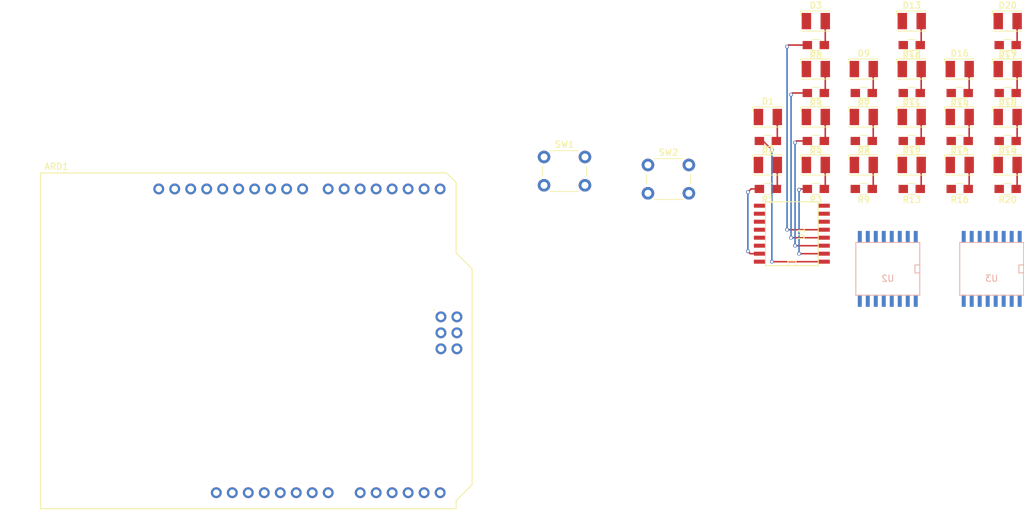
<source format=kicad_pcb>
(kicad_pcb (version 4) (host pcbnew 4.0.7-e2-6376~58~ubuntu16.04.1)

  (general
    (links 91)
    (no_connects 65)
    (area 0 0 0 0)
    (thickness 1.6)
    (drawings 0)
    (tracks 78)
    (zones 0)
    (modules 46)
    (nets 83)
  )

  (page A4)
  (layers
    (0 F.Cu signal)
    (31 B.Cu signal)
    (32 B.Adhes user)
    (33 F.Adhes user)
    (34 B.Paste user)
    (35 F.Paste user)
    (36 B.SilkS user)
    (37 F.SilkS user)
    (38 B.Mask user)
    (39 F.Mask user)
    (40 Dwgs.User user)
    (41 Cmts.User user)
    (42 Eco1.User user)
    (43 Eco2.User user)
    (44 Edge.Cuts user)
    (45 Margin user)
    (46 B.CrtYd user)
    (47 F.CrtYd user)
    (48 B.Fab user)
    (49 F.Fab user)
  )

  (setup
    (last_trace_width 0.25)
    (trace_clearance 0.2)
    (zone_clearance 0.508)
    (zone_45_only no)
    (trace_min 0.2)
    (segment_width 0.2)
    (edge_width 0.15)
    (via_size 0.6)
    (via_drill 0.4)
    (via_min_size 0.4)
    (via_min_drill 0.3)
    (uvia_size 0.3)
    (uvia_drill 0.1)
    (uvias_allowed no)
    (uvia_min_size 0.2)
    (uvia_min_drill 0.1)
    (pcb_text_width 0.3)
    (pcb_text_size 1.5 1.5)
    (mod_edge_width 0.15)
    (mod_text_size 1 1)
    (mod_text_width 0.15)
    (pad_size 1.524 1.524)
    (pad_drill 0.762)
    (pad_to_mask_clearance 0.2)
    (aux_axis_origin 0 0)
    (visible_elements FFFFFF5F)
    (pcbplotparams
      (layerselection 0x00030_80000001)
      (usegerberextensions false)
      (excludeedgelayer true)
      (linewidth 0.100000)
      (plotframeref false)
      (viasonmask false)
      (mode 1)
      (useauxorigin false)
      (hpglpennumber 1)
      (hpglpenspeed 20)
      (hpglpendiameter 15)
      (hpglpenoverlay 2)
      (psnegative false)
      (psa4output false)
      (plotreference true)
      (plotvalue true)
      (plotinvisibletext false)
      (padsonsilk false)
      (subtractmaskfromsilk false)
      (outputformat 1)
      (mirror false)
      (drillshape 1)
      (scaleselection 1)
      (outputdirectory ""))
  )

  (net 0 "")
  (net 1 "Net-(ARD1-PadRST2)")
  (net 2 "Net-(ARD1-PadGND4)")
  (net 3 "Net-(ARD1-PadMOSI)")
  (net 4 "Net-(ARD1-PadSCK)")
  (net 5 "Net-(ARD1-Pad5V2)")
  (net 6 "Net-(ARD1-PadA0)")
  (net 7 "Net-(ARD1-PadVIN)")
  (net 8 GND)
  (net 9 VCC)
  (net 10 "Net-(ARD1-Pad3.3V)")
  (net 11 "Net-(ARD1-PadRST1)")
  (net 12 "Net-(ARD1-PadIORF)")
  (net 13 "Net-(ARD1-PadD0)")
  (net 14 "Net-(ARD1-PadD1)")
  (net 15 "Net-(ARD1-PadD2)")
  (net 16 "Net-(ARD1-PadD3)")
  (net 17 "Net-(ARD1-PadD4)")
  (net 18 "Net-(ARD1-PadD5)")
  (net 19 "Net-(ARD1-PadD6)")
  (net 20 "Net-(ARD1-PadD7)")
  (net 21 "Net-(ARD1-PadD8)")
  (net 22 "Net-(ARD1-PadD9)")
  (net 23 "Net-(ARD1-PadD10)")
  (net 24 "Net-(ARD1-PadSCL)")
  (net 25 "Net-(ARD1-PadSDA)")
  (net 26 "Net-(ARD1-PadAREF)")
  (net 27 "Net-(ARD1-PadD13)")
  (net 28 "Net-(ARD1-PadD12)")
  (net 29 "Net-(ARD1-PadD11)")
  (net 30 "Net-(ARD1-PadA1)")
  (net 31 "Net-(ARD1-PadA2)")
  (net 32 "Net-(ARD1-PadA3)")
  (net 33 "Net-(ARD1-PadA4)")
  (net 34 "Net-(ARD1-PadA5)")
  (net 35 "Net-(ARD1-PadMISO)")
  (net 36 "Net-(D1-Pad2)")
  (net 37 "Net-(D2-Pad2)")
  (net 38 "Net-(D3-Pad2)")
  (net 39 "Net-(D4-Pad2)")
  (net 40 "Net-(D5-Pad2)")
  (net 41 "Net-(D6-Pad2)")
  (net 42 "Net-(D7-Pad2)")
  (net 43 "Net-(D8-Pad2)")
  (net 44 "Net-(D9-Pad2)")
  (net 45 "Net-(D10-Pad2)")
  (net 46 "Net-(D11-Pad2)")
  (net 47 "Net-(D12-Pad2)")
  (net 48 "Net-(D13-Pad2)")
  (net 49 "Net-(D14-Pad2)")
  (net 50 "Net-(D15-Pad2)")
  (net 51 "Net-(D16-Pad2)")
  (net 52 "Net-(D17-Pad2)")
  (net 53 "Net-(D18-Pad2)")
  (net 54 "Net-(D19-Pad2)")
  (net 55 "Net-(D20-Pad2)")
  (net 56 "Net-(R1-Pad2)")
  (net 57 "Net-(R2-Pad2)")
  (net 58 "Net-(R3-Pad2)")
  (net 59 "Net-(R4-Pad2)")
  (net 60 "Net-(R5-Pad2)")
  (net 61 "Net-(R6-Pad2)")
  (net 62 "Net-(R7-Pad2)")
  (net 63 "Net-(R8-Pad2)")
  (net 64 "Net-(R9-Pad2)")
  (net 65 "Net-(R10-Pad2)")
  (net 66 "Net-(R11-Pad2)")
  (net 67 "Net-(R12-Pad2)")
  (net 68 "Net-(R13-Pad2)")
  (net 69 "Net-(R14-Pad2)")
  (net 70 "Net-(R15-Pad2)")
  (net 71 "Net-(R16-Pad2)")
  (net 72 "Net-(R17-Pad2)")
  (net 73 "Net-(R18-Pad2)")
  (net 74 "Net-(R19-Pad2)")
  (net 75 "Net-(R20-Pad2)")
  (net 76 "Net-(U1-Pad6)")
  (net 77 "Net-(U1-Pad7)")
  (net 78 "Net-(U1-Pad9)")
  (net 79 "Net-(U2-Pad7)")
  (net 80 "Net-(U2-Pad9)")
  (net 81 "Net-(U3-Pad7)")
  (net 82 "Net-(U3-Pad9)")

  (net_class Default "Dies ist die voreingestellte Netzklasse."
    (clearance 0.2)
    (trace_width 0.25)
    (via_dia 0.6)
    (via_drill 0.4)
    (uvia_dia 0.3)
    (uvia_drill 0.1)
    (add_net GND)
    (add_net "Net-(ARD1-Pad3.3V)")
    (add_net "Net-(ARD1-Pad5V2)")
    (add_net "Net-(ARD1-PadA0)")
    (add_net "Net-(ARD1-PadA1)")
    (add_net "Net-(ARD1-PadA2)")
    (add_net "Net-(ARD1-PadA3)")
    (add_net "Net-(ARD1-PadA4)")
    (add_net "Net-(ARD1-PadA5)")
    (add_net "Net-(ARD1-PadAREF)")
    (add_net "Net-(ARD1-PadD0)")
    (add_net "Net-(ARD1-PadD1)")
    (add_net "Net-(ARD1-PadD10)")
    (add_net "Net-(ARD1-PadD11)")
    (add_net "Net-(ARD1-PadD12)")
    (add_net "Net-(ARD1-PadD13)")
    (add_net "Net-(ARD1-PadD2)")
    (add_net "Net-(ARD1-PadD3)")
    (add_net "Net-(ARD1-PadD4)")
    (add_net "Net-(ARD1-PadD5)")
    (add_net "Net-(ARD1-PadD6)")
    (add_net "Net-(ARD1-PadD7)")
    (add_net "Net-(ARD1-PadD8)")
    (add_net "Net-(ARD1-PadD9)")
    (add_net "Net-(ARD1-PadGND4)")
    (add_net "Net-(ARD1-PadIORF)")
    (add_net "Net-(ARD1-PadMISO)")
    (add_net "Net-(ARD1-PadMOSI)")
    (add_net "Net-(ARD1-PadRST1)")
    (add_net "Net-(ARD1-PadRST2)")
    (add_net "Net-(ARD1-PadSCK)")
    (add_net "Net-(ARD1-PadSCL)")
    (add_net "Net-(ARD1-PadSDA)")
    (add_net "Net-(ARD1-PadVIN)")
    (add_net "Net-(D1-Pad2)")
    (add_net "Net-(D10-Pad2)")
    (add_net "Net-(D11-Pad2)")
    (add_net "Net-(D12-Pad2)")
    (add_net "Net-(D13-Pad2)")
    (add_net "Net-(D14-Pad2)")
    (add_net "Net-(D15-Pad2)")
    (add_net "Net-(D16-Pad2)")
    (add_net "Net-(D17-Pad2)")
    (add_net "Net-(D18-Pad2)")
    (add_net "Net-(D19-Pad2)")
    (add_net "Net-(D2-Pad2)")
    (add_net "Net-(D20-Pad2)")
    (add_net "Net-(D3-Pad2)")
    (add_net "Net-(D4-Pad2)")
    (add_net "Net-(D5-Pad2)")
    (add_net "Net-(D6-Pad2)")
    (add_net "Net-(D7-Pad2)")
    (add_net "Net-(D8-Pad2)")
    (add_net "Net-(D9-Pad2)")
    (add_net "Net-(R1-Pad2)")
    (add_net "Net-(R10-Pad2)")
    (add_net "Net-(R11-Pad2)")
    (add_net "Net-(R12-Pad2)")
    (add_net "Net-(R13-Pad2)")
    (add_net "Net-(R14-Pad2)")
    (add_net "Net-(R15-Pad2)")
    (add_net "Net-(R16-Pad2)")
    (add_net "Net-(R17-Pad2)")
    (add_net "Net-(R18-Pad2)")
    (add_net "Net-(R19-Pad2)")
    (add_net "Net-(R2-Pad2)")
    (add_net "Net-(R20-Pad2)")
    (add_net "Net-(R3-Pad2)")
    (add_net "Net-(R4-Pad2)")
    (add_net "Net-(R5-Pad2)")
    (add_net "Net-(R6-Pad2)")
    (add_net "Net-(R7-Pad2)")
    (add_net "Net-(R8-Pad2)")
    (add_net "Net-(R9-Pad2)")
    (add_net "Net-(U1-Pad6)")
    (add_net "Net-(U1-Pad7)")
    (add_net "Net-(U1-Pad9)")
    (add_net "Net-(U2-Pad7)")
    (add_net "Net-(U2-Pad9)")
    (add_net "Net-(U3-Pad7)")
    (add_net "Net-(U3-Pad9)")
    (add_net VCC)
  )

  (module Arduino:Arduino_Uno_Shield (layer F.Cu) (tedit 5898A1DC) (tstamp 59B7E974)
    (at 57.15 135.89)
    (path /59B7F85C)
    (fp_text reference ARD1 (at 2.54 -54.356) (layer F.SilkS)
      (effects (font (size 1 1) (thickness 0.15)))
    )
    (fp_text value Arduino_Uno_Shield (at 15.494 -54.356) (layer F.Fab)
      (effects (font (size 1 1) (thickness 0.15)))
    )
    (fp_line (start 9.525 -32.385) (end -6.35 -32.385) (layer B.CrtYd) (width 0.15))
    (fp_line (start 9.525 -43.815) (end -6.35 -43.815) (layer B.CrtYd) (width 0.15))
    (fp_line (start 9.525 -43.815) (end 9.525 -32.385) (layer B.CrtYd) (width 0.15))
    (fp_line (start -6.35 -43.815) (end -6.35 -32.385) (layer B.CrtYd) (width 0.15))
    (fp_text user . (at 62.484 -32.004) (layer F.SilkS)
      (effects (font (size 1 1) (thickness 0.15)))
    )
    (fp_line (start 11.43 -12.065) (end 11.43 -3.175) (layer B.CrtYd) (width 0.15))
    (fp_line (start -1.905 -3.175) (end 11.43 -3.175) (layer B.CrtYd) (width 0.15))
    (fp_line (start -1.905 -12.065) (end -1.905 -3.175) (layer B.CrtYd) (width 0.15))
    (fp_line (start -1.905 -12.065) (end 11.43 -12.065) (layer B.CrtYd) (width 0.15))
    (fp_line (start 0 -53.34) (end 0 0) (layer F.SilkS) (width 0.15))
    (fp_line (start 66.04 -40.64) (end 66.04 -51.816) (layer F.SilkS) (width 0.15))
    (fp_line (start 68.58 -38.1) (end 66.04 -40.64) (layer F.SilkS) (width 0.15))
    (fp_line (start 68.58 -3.81) (end 68.58 -38.1) (layer F.SilkS) (width 0.15))
    (fp_line (start 66.04 -1.27) (end 68.58 -3.81) (layer F.SilkS) (width 0.15))
    (fp_line (start 66.04 0) (end 66.04 -1.27) (layer F.SilkS) (width 0.15))
    (fp_line (start 64.516 -53.34) (end 66.04 -51.816) (layer F.SilkS) (width 0.15))
    (fp_line (start 0 0) (end 66.04 0) (layer F.SilkS) (width 0.15))
    (fp_line (start 0 -53.34) (end 64.516 -53.34) (layer F.SilkS) (width 0.15))
    (pad RST2 thru_hole oval (at 63.627 -25.4) (size 1.7272 1.7272) (drill 1.016) (layers *.Cu *.Mask)
      (net 1 "Net-(ARD1-PadRST2)"))
    (pad GND4 thru_hole oval (at 66.167 -25.4) (size 1.7272 1.7272) (drill 1.016) (layers *.Cu *.Mask)
      (net 2 "Net-(ARD1-PadGND4)"))
    (pad MOSI thru_hole oval (at 66.167 -27.94) (size 1.7272 1.7272) (drill 1.016) (layers *.Cu *.Mask)
      (net 3 "Net-(ARD1-PadMOSI)"))
    (pad SCK thru_hole oval (at 63.627 -27.94) (size 1.7272 1.7272) (drill 1.016) (layers *.Cu *.Mask)
      (net 4 "Net-(ARD1-PadSCK)"))
    (pad 5V2 thru_hole oval (at 66.167 -30.48) (size 1.7272 1.7272) (drill 1.016) (layers *.Cu *.Mask)
      (net 5 "Net-(ARD1-Pad5V2)"))
    (pad A0 thru_hole oval (at 50.8 -2.54) (size 1.7272 1.7272) (drill 1.016) (layers *.Cu *.Mask)
      (net 6 "Net-(ARD1-PadA0)"))
    (pad VIN thru_hole oval (at 45.72 -2.54) (size 1.7272 1.7272) (drill 1.016) (layers *.Cu *.Mask)
      (net 7 "Net-(ARD1-PadVIN)"))
    (pad GND3 thru_hole oval (at 43.18 -2.54) (size 1.7272 1.7272) (drill 1.016) (layers *.Cu *.Mask)
      (net 8 GND))
    (pad GND2 thru_hole oval (at 40.64 -2.54) (size 1.7272 1.7272) (drill 1.016) (layers *.Cu *.Mask)
      (net 8 GND))
    (pad 5V1 thru_hole oval (at 38.1 -2.54) (size 1.7272 1.7272) (drill 1.016) (layers *.Cu *.Mask)
      (net 9 VCC))
    (pad 3.3V thru_hole oval (at 35.56 -2.54) (size 1.7272 1.7272) (drill 1.016) (layers *.Cu *.Mask)
      (net 10 "Net-(ARD1-Pad3.3V)"))
    (pad RST1 thru_hole oval (at 33.02 -2.54) (size 1.7272 1.7272) (drill 1.016) (layers *.Cu *.Mask)
      (net 11 "Net-(ARD1-PadRST1)"))
    (pad IORF thru_hole oval (at 30.48 -2.54) (size 1.7272 1.7272) (drill 1.016) (layers *.Cu *.Mask)
      (net 12 "Net-(ARD1-PadIORF)"))
    (pad D0 thru_hole oval (at 63.5 -50.8) (size 1.7272 1.7272) (drill 1.016) (layers *.Cu *.Mask)
      (net 13 "Net-(ARD1-PadD0)"))
    (pad D1 thru_hole oval (at 60.96 -50.8) (size 1.7272 1.7272) (drill 1.016) (layers *.Cu *.Mask)
      (net 14 "Net-(ARD1-PadD1)"))
    (pad D2 thru_hole oval (at 58.42 -50.8) (size 1.7272 1.7272) (drill 1.016) (layers *.Cu *.Mask)
      (net 15 "Net-(ARD1-PadD2)"))
    (pad D3 thru_hole oval (at 55.88 -50.8) (size 1.7272 1.7272) (drill 1.016) (layers *.Cu *.Mask)
      (net 16 "Net-(ARD1-PadD3)"))
    (pad D4 thru_hole oval (at 53.34 -50.8) (size 1.7272 1.7272) (drill 1.016) (layers *.Cu *.Mask)
      (net 17 "Net-(ARD1-PadD4)"))
    (pad D5 thru_hole oval (at 50.8 -50.8) (size 1.7272 1.7272) (drill 1.016) (layers *.Cu *.Mask)
      (net 18 "Net-(ARD1-PadD5)"))
    (pad D6 thru_hole oval (at 48.26 -50.8) (size 1.7272 1.7272) (drill 1.016) (layers *.Cu *.Mask)
      (net 19 "Net-(ARD1-PadD6)"))
    (pad D7 thru_hole oval (at 45.72 -50.8) (size 1.7272 1.7272) (drill 1.016) (layers *.Cu *.Mask)
      (net 20 "Net-(ARD1-PadD7)"))
    (pad GND1 thru_hole oval (at 26.416 -50.8) (size 1.7272 1.7272) (drill 1.016) (layers *.Cu *.Mask)
      (net 8 GND))
    (pad D8 thru_hole oval (at 41.656 -50.8) (size 1.7272 1.7272) (drill 1.016) (layers *.Cu *.Mask)
      (net 21 "Net-(ARD1-PadD8)"))
    (pad D9 thru_hole oval (at 39.116 -50.8) (size 1.7272 1.7272) (drill 1.016) (layers *.Cu *.Mask)
      (net 22 "Net-(ARD1-PadD9)"))
    (pad D10 thru_hole oval (at 36.576 -50.8) (size 1.7272 1.7272) (drill 1.016) (layers *.Cu *.Mask)
      (net 23 "Net-(ARD1-PadD10)"))
    (pad "" np_thru_hole circle (at 66.04 -7.62) (size 3.2 3.2) (drill 3.2) (layers *.Cu *.Mask))
    (pad "" np_thru_hole circle (at 66.04 -35.56) (size 3.2 3.2) (drill 3.2) (layers *.Cu *.Mask))
    (pad "" np_thru_hole circle (at 15.24 -50.8) (size 3.2 3.2) (drill 3.2) (layers *.Cu *.Mask))
    (pad "" np_thru_hole circle (at 13.97 -2.54) (size 3.2 3.2) (drill 3.2) (layers *.Cu *.Mask))
    (pad SCL thru_hole oval (at 18.796 -50.8) (size 1.7272 1.7272) (drill 1.016) (layers *.Cu *.Mask)
      (net 24 "Net-(ARD1-PadSCL)"))
    (pad SDA thru_hole oval (at 21.336 -50.8) (size 1.7272 1.7272) (drill 1.016) (layers *.Cu *.Mask)
      (net 25 "Net-(ARD1-PadSDA)"))
    (pad AREF thru_hole oval (at 23.876 -50.8) (size 1.7272 1.7272) (drill 1.016) (layers *.Cu *.Mask)
      (net 26 "Net-(ARD1-PadAREF)"))
    (pad D13 thru_hole oval (at 28.956 -50.8) (size 1.7272 1.7272) (drill 1.016) (layers *.Cu *.Mask)
      (net 27 "Net-(ARD1-PadD13)"))
    (pad D12 thru_hole oval (at 31.496 -50.8) (size 1.7272 1.7272) (drill 1.016) (layers *.Cu *.Mask)
      (net 28 "Net-(ARD1-PadD12)"))
    (pad D11 thru_hole oval (at 34.036 -50.8) (size 1.7272 1.7272) (drill 1.016) (layers *.Cu *.Mask)
      (net 29 "Net-(ARD1-PadD11)"))
    (pad "" thru_hole oval (at 27.94 -2.54) (size 1.7272 1.7272) (drill 1.016) (layers *.Cu *.Mask))
    (pad A1 thru_hole oval (at 53.34 -2.54) (size 1.7272 1.7272) (drill 1.016) (layers *.Cu *.Mask)
      (net 30 "Net-(ARD1-PadA1)"))
    (pad A2 thru_hole oval (at 55.88 -2.54) (size 1.7272 1.7272) (drill 1.016) (layers *.Cu *.Mask)
      (net 31 "Net-(ARD1-PadA2)"))
    (pad A3 thru_hole oval (at 58.42 -2.54) (size 1.7272 1.7272) (drill 1.016) (layers *.Cu *.Mask)
      (net 32 "Net-(ARD1-PadA3)"))
    (pad A4 thru_hole oval (at 60.96 -2.54) (size 1.7272 1.7272) (drill 1.016) (layers *.Cu *.Mask)
      (net 33 "Net-(ARD1-PadA4)"))
    (pad A5 thru_hole oval (at 63.5 -2.54) (size 1.7272 1.7272) (drill 1.016) (layers *.Cu *.Mask)
      (net 34 "Net-(ARD1-PadA5)"))
    (pad MISO thru_hole oval (at 63.627 -30.48) (size 1.7272 1.7272) (drill 1.016) (layers *.Cu *.Mask)
      (net 35 "Net-(ARD1-PadMISO)"))
  )

  (module LEDs:LED_PLCC-2 (layer F.Cu) (tedit 59959404) (tstamp 59B7E97A)
    (at 172.72 73.66)
    (descr "LED PLCC-2 SMD package")
    (tags "LED PLCC-2 SMD")
    (path /59B7DB28)
    (attr smd)
    (fp_text reference D1 (at 0 -2.5) (layer F.SilkS)
      (effects (font (size 1 1) (thickness 0.15)))
    )
    (fp_text value LED (at 0 2.5) (layer F.Fab)
      (effects (font (size 1 1) (thickness 0.15)))
    )
    (fp_circle (center 0 0) (end 0 -1.25) (layer F.Fab) (width 0.1))
    (fp_line (start -1.7 -0.6) (end -0.8 -1.5) (layer F.Fab) (width 0.1))
    (fp_line (start 1.7 1.5) (end 1.7 -1.5) (layer F.Fab) (width 0.1))
    (fp_line (start 1.7 -1.5) (end -1.7 -1.5) (layer F.Fab) (width 0.1))
    (fp_line (start -1.7 -1.5) (end -1.7 1.5) (layer F.Fab) (width 0.1))
    (fp_line (start -1.7 1.5) (end 1.7 1.5) (layer F.Fab) (width 0.1))
    (fp_line (start -2.65 -1.85) (end 2.5 -1.85) (layer F.CrtYd) (width 0.05))
    (fp_line (start 2.5 -1.85) (end 2.5 1.85) (layer F.CrtYd) (width 0.05))
    (fp_line (start 2.5 1.85) (end -2.65 1.85) (layer F.CrtYd) (width 0.05))
    (fp_line (start -2.65 1.85) (end -2.65 -1.85) (layer F.CrtYd) (width 0.05))
    (fp_line (start 2.25 1.6) (end -2.4 1.6) (layer F.SilkS) (width 0.12))
    (fp_line (start 2.25 -1.6) (end -2.4 -1.6) (layer F.SilkS) (width 0.12))
    (fp_line (start -2.4 -1.6) (end -2.4 -0.8) (layer F.SilkS) (width 0.12))
    (fp_text user %R (at 0 0) (layer F.Fab)
      (effects (font (size 0.4 0.4) (thickness 0.1)))
    )
    (pad 1 smd rect (at -1.5 0) (size 1.5 2.6) (layers F.Cu F.Paste F.Mask)
      (net 8 GND))
    (pad 2 smd rect (at 1.5 0) (size 1.5 2.6) (layers F.Cu F.Paste F.Mask)
      (net 36 "Net-(D1-Pad2)"))
    (model ${KISYS3DMOD}/LEDs.3dshapes/LED_PLCC-2.wrl
      (at (xyz 0 0 0))
      (scale (xyz 1 1 1))
      (rotate (xyz 0 0 0))
    )
  )

  (module LEDs:LED_PLCC-2 (layer F.Cu) (tedit 59959404) (tstamp 59B7E980)
    (at 172.72 81.28)
    (descr "LED PLCC-2 SMD package")
    (tags "LED PLCC-2 SMD")
    (path /59B7DB63)
    (attr smd)
    (fp_text reference D2 (at 0 -2.5) (layer F.SilkS)
      (effects (font (size 1 1) (thickness 0.15)))
    )
    (fp_text value LED (at 0 2.5) (layer F.Fab)
      (effects (font (size 1 1) (thickness 0.15)))
    )
    (fp_circle (center 0 0) (end 0 -1.25) (layer F.Fab) (width 0.1))
    (fp_line (start -1.7 -0.6) (end -0.8 -1.5) (layer F.Fab) (width 0.1))
    (fp_line (start 1.7 1.5) (end 1.7 -1.5) (layer F.Fab) (width 0.1))
    (fp_line (start 1.7 -1.5) (end -1.7 -1.5) (layer F.Fab) (width 0.1))
    (fp_line (start -1.7 -1.5) (end -1.7 1.5) (layer F.Fab) (width 0.1))
    (fp_line (start -1.7 1.5) (end 1.7 1.5) (layer F.Fab) (width 0.1))
    (fp_line (start -2.65 -1.85) (end 2.5 -1.85) (layer F.CrtYd) (width 0.05))
    (fp_line (start 2.5 -1.85) (end 2.5 1.85) (layer F.CrtYd) (width 0.05))
    (fp_line (start 2.5 1.85) (end -2.65 1.85) (layer F.CrtYd) (width 0.05))
    (fp_line (start -2.65 1.85) (end -2.65 -1.85) (layer F.CrtYd) (width 0.05))
    (fp_line (start 2.25 1.6) (end -2.4 1.6) (layer F.SilkS) (width 0.12))
    (fp_line (start 2.25 -1.6) (end -2.4 -1.6) (layer F.SilkS) (width 0.12))
    (fp_line (start -2.4 -1.6) (end -2.4 -0.8) (layer F.SilkS) (width 0.12))
    (fp_text user %R (at 0 0) (layer F.Fab)
      (effects (font (size 0.4 0.4) (thickness 0.1)))
    )
    (pad 1 smd rect (at -1.5 0) (size 1.5 2.6) (layers F.Cu F.Paste F.Mask)
      (net 8 GND))
    (pad 2 smd rect (at 1.5 0) (size 1.5 2.6) (layers F.Cu F.Paste F.Mask)
      (net 37 "Net-(D2-Pad2)"))
    (model ${KISYS3DMOD}/LEDs.3dshapes/LED_PLCC-2.wrl
      (at (xyz 0 0 0))
      (scale (xyz 1 1 1))
      (rotate (xyz 0 0 0))
    )
  )

  (module LEDs:LED_PLCC-2 (layer F.Cu) (tedit 59959404) (tstamp 59B7E986)
    (at 180.34 58.42)
    (descr "LED PLCC-2 SMD package")
    (tags "LED PLCC-2 SMD")
    (path /59B7DA50)
    (attr smd)
    (fp_text reference D3 (at 0 -2.5) (layer F.SilkS)
      (effects (font (size 1 1) (thickness 0.15)))
    )
    (fp_text value LED (at 0 2.5) (layer F.Fab)
      (effects (font (size 1 1) (thickness 0.15)))
    )
    (fp_circle (center 0 0) (end 0 -1.25) (layer F.Fab) (width 0.1))
    (fp_line (start -1.7 -0.6) (end -0.8 -1.5) (layer F.Fab) (width 0.1))
    (fp_line (start 1.7 1.5) (end 1.7 -1.5) (layer F.Fab) (width 0.1))
    (fp_line (start 1.7 -1.5) (end -1.7 -1.5) (layer F.Fab) (width 0.1))
    (fp_line (start -1.7 -1.5) (end -1.7 1.5) (layer F.Fab) (width 0.1))
    (fp_line (start -1.7 1.5) (end 1.7 1.5) (layer F.Fab) (width 0.1))
    (fp_line (start -2.65 -1.85) (end 2.5 -1.85) (layer F.CrtYd) (width 0.05))
    (fp_line (start 2.5 -1.85) (end 2.5 1.85) (layer F.CrtYd) (width 0.05))
    (fp_line (start 2.5 1.85) (end -2.65 1.85) (layer F.CrtYd) (width 0.05))
    (fp_line (start -2.65 1.85) (end -2.65 -1.85) (layer F.CrtYd) (width 0.05))
    (fp_line (start 2.25 1.6) (end -2.4 1.6) (layer F.SilkS) (width 0.12))
    (fp_line (start 2.25 -1.6) (end -2.4 -1.6) (layer F.SilkS) (width 0.12))
    (fp_line (start -2.4 -1.6) (end -2.4 -0.8) (layer F.SilkS) (width 0.12))
    (fp_text user %R (at 0 0) (layer F.Fab)
      (effects (font (size 0.4 0.4) (thickness 0.1)))
    )
    (pad 1 smd rect (at -1.5 0) (size 1.5 2.6) (layers F.Cu F.Paste F.Mask)
      (net 8 GND))
    (pad 2 smd rect (at 1.5 0) (size 1.5 2.6) (layers F.Cu F.Paste F.Mask)
      (net 38 "Net-(D3-Pad2)"))
    (model ${KISYS3DMOD}/LEDs.3dshapes/LED_PLCC-2.wrl
      (at (xyz 0 0 0))
      (scale (xyz 1 1 1))
      (rotate (xyz 0 0 0))
    )
  )

  (module LEDs:LED_PLCC-2 (layer F.Cu) (tedit 59959404) (tstamp 59B7E98C)
    (at 180.34 66.04)
    (descr "LED PLCC-2 SMD package")
    (tags "LED PLCC-2 SMD")
    (path /59B7DA83)
    (attr smd)
    (fp_text reference D4 (at 0 -2.5) (layer F.SilkS)
      (effects (font (size 1 1) (thickness 0.15)))
    )
    (fp_text value LED (at 0 2.5) (layer F.Fab)
      (effects (font (size 1 1) (thickness 0.15)))
    )
    (fp_circle (center 0 0) (end 0 -1.25) (layer F.Fab) (width 0.1))
    (fp_line (start -1.7 -0.6) (end -0.8 -1.5) (layer F.Fab) (width 0.1))
    (fp_line (start 1.7 1.5) (end 1.7 -1.5) (layer F.Fab) (width 0.1))
    (fp_line (start 1.7 -1.5) (end -1.7 -1.5) (layer F.Fab) (width 0.1))
    (fp_line (start -1.7 -1.5) (end -1.7 1.5) (layer F.Fab) (width 0.1))
    (fp_line (start -1.7 1.5) (end 1.7 1.5) (layer F.Fab) (width 0.1))
    (fp_line (start -2.65 -1.85) (end 2.5 -1.85) (layer F.CrtYd) (width 0.05))
    (fp_line (start 2.5 -1.85) (end 2.5 1.85) (layer F.CrtYd) (width 0.05))
    (fp_line (start 2.5 1.85) (end -2.65 1.85) (layer F.CrtYd) (width 0.05))
    (fp_line (start -2.65 1.85) (end -2.65 -1.85) (layer F.CrtYd) (width 0.05))
    (fp_line (start 2.25 1.6) (end -2.4 1.6) (layer F.SilkS) (width 0.12))
    (fp_line (start 2.25 -1.6) (end -2.4 -1.6) (layer F.SilkS) (width 0.12))
    (fp_line (start -2.4 -1.6) (end -2.4 -0.8) (layer F.SilkS) (width 0.12))
    (fp_text user %R (at 0 0) (layer F.Fab)
      (effects (font (size 0.4 0.4) (thickness 0.1)))
    )
    (pad 1 smd rect (at -1.5 0) (size 1.5 2.6) (layers F.Cu F.Paste F.Mask)
      (net 8 GND))
    (pad 2 smd rect (at 1.5 0) (size 1.5 2.6) (layers F.Cu F.Paste F.Mask)
      (net 39 "Net-(D4-Pad2)"))
    (model ${KISYS3DMOD}/LEDs.3dshapes/LED_PLCC-2.wrl
      (at (xyz 0 0 0))
      (scale (xyz 1 1 1))
      (rotate (xyz 0 0 0))
    )
  )

  (module LEDs:LED_PLCC-2 (layer F.Cu) (tedit 59959404) (tstamp 59B7E992)
    (at 180.34 73.66)
    (descr "LED PLCC-2 SMD package")
    (tags "LED PLCC-2 SMD")
    (path /59B7DAB8)
    (attr smd)
    (fp_text reference D5 (at 0 -2.5) (layer F.SilkS)
      (effects (font (size 1 1) (thickness 0.15)))
    )
    (fp_text value LED (at 0 2.5) (layer F.Fab)
      (effects (font (size 1 1) (thickness 0.15)))
    )
    (fp_circle (center 0 0) (end 0 -1.25) (layer F.Fab) (width 0.1))
    (fp_line (start -1.7 -0.6) (end -0.8 -1.5) (layer F.Fab) (width 0.1))
    (fp_line (start 1.7 1.5) (end 1.7 -1.5) (layer F.Fab) (width 0.1))
    (fp_line (start 1.7 -1.5) (end -1.7 -1.5) (layer F.Fab) (width 0.1))
    (fp_line (start -1.7 -1.5) (end -1.7 1.5) (layer F.Fab) (width 0.1))
    (fp_line (start -1.7 1.5) (end 1.7 1.5) (layer F.Fab) (width 0.1))
    (fp_line (start -2.65 -1.85) (end 2.5 -1.85) (layer F.CrtYd) (width 0.05))
    (fp_line (start 2.5 -1.85) (end 2.5 1.85) (layer F.CrtYd) (width 0.05))
    (fp_line (start 2.5 1.85) (end -2.65 1.85) (layer F.CrtYd) (width 0.05))
    (fp_line (start -2.65 1.85) (end -2.65 -1.85) (layer F.CrtYd) (width 0.05))
    (fp_line (start 2.25 1.6) (end -2.4 1.6) (layer F.SilkS) (width 0.12))
    (fp_line (start 2.25 -1.6) (end -2.4 -1.6) (layer F.SilkS) (width 0.12))
    (fp_line (start -2.4 -1.6) (end -2.4 -0.8) (layer F.SilkS) (width 0.12))
    (fp_text user %R (at 0 0) (layer F.Fab)
      (effects (font (size 0.4 0.4) (thickness 0.1)))
    )
    (pad 1 smd rect (at -1.5 0) (size 1.5 2.6) (layers F.Cu F.Paste F.Mask)
      (net 8 GND))
    (pad 2 smd rect (at 1.5 0) (size 1.5 2.6) (layers F.Cu F.Paste F.Mask)
      (net 40 "Net-(D5-Pad2)"))
    (model ${KISYS3DMOD}/LEDs.3dshapes/LED_PLCC-2.wrl
      (at (xyz 0 0 0))
      (scale (xyz 1 1 1))
      (rotate (xyz 0 0 0))
    )
  )

  (module LEDs:LED_PLCC-2 (layer F.Cu) (tedit 59959404) (tstamp 59B7E998)
    (at 180.34 81.28)
    (descr "LED PLCC-2 SMD package")
    (tags "LED PLCC-2 SMD")
    (path /59B7DAEF)
    (attr smd)
    (fp_text reference D6 (at 0 -2.5) (layer F.SilkS)
      (effects (font (size 1 1) (thickness 0.15)))
    )
    (fp_text value LED (at 0 2.5) (layer F.Fab)
      (effects (font (size 1 1) (thickness 0.15)))
    )
    (fp_circle (center 0 0) (end 0 -1.25) (layer F.Fab) (width 0.1))
    (fp_line (start -1.7 -0.6) (end -0.8 -1.5) (layer F.Fab) (width 0.1))
    (fp_line (start 1.7 1.5) (end 1.7 -1.5) (layer F.Fab) (width 0.1))
    (fp_line (start 1.7 -1.5) (end -1.7 -1.5) (layer F.Fab) (width 0.1))
    (fp_line (start -1.7 -1.5) (end -1.7 1.5) (layer F.Fab) (width 0.1))
    (fp_line (start -1.7 1.5) (end 1.7 1.5) (layer F.Fab) (width 0.1))
    (fp_line (start -2.65 -1.85) (end 2.5 -1.85) (layer F.CrtYd) (width 0.05))
    (fp_line (start 2.5 -1.85) (end 2.5 1.85) (layer F.CrtYd) (width 0.05))
    (fp_line (start 2.5 1.85) (end -2.65 1.85) (layer F.CrtYd) (width 0.05))
    (fp_line (start -2.65 1.85) (end -2.65 -1.85) (layer F.CrtYd) (width 0.05))
    (fp_line (start 2.25 1.6) (end -2.4 1.6) (layer F.SilkS) (width 0.12))
    (fp_line (start 2.25 -1.6) (end -2.4 -1.6) (layer F.SilkS) (width 0.12))
    (fp_line (start -2.4 -1.6) (end -2.4 -0.8) (layer F.SilkS) (width 0.12))
    (fp_text user %R (at 0 0) (layer F.Fab)
      (effects (font (size 0.4 0.4) (thickness 0.1)))
    )
    (pad 1 smd rect (at -1.5 0) (size 1.5 2.6) (layers F.Cu F.Paste F.Mask)
      (net 8 GND))
    (pad 2 smd rect (at 1.5 0) (size 1.5 2.6) (layers F.Cu F.Paste F.Mask)
      (net 41 "Net-(D6-Pad2)"))
    (model ${KISYS3DMOD}/LEDs.3dshapes/LED_PLCC-2.wrl
      (at (xyz 0 0 0))
      (scale (xyz 1 1 1))
      (rotate (xyz 0 0 0))
    )
  )

  (module LEDs:LED_PLCC-2 (layer F.Cu) (tedit 59959404) (tstamp 59B7E99E)
    (at 187.96 81.28)
    (descr "LED PLCC-2 SMD package")
    (tags "LED PLCC-2 SMD")
    (path /59B7D836)
    (attr smd)
    (fp_text reference D7 (at 0 -2.5) (layer F.SilkS)
      (effects (font (size 1 1) (thickness 0.15)))
    )
    (fp_text value LED (at 0 2.5) (layer F.Fab)
      (effects (font (size 1 1) (thickness 0.15)))
    )
    (fp_circle (center 0 0) (end 0 -1.25) (layer F.Fab) (width 0.1))
    (fp_line (start -1.7 -0.6) (end -0.8 -1.5) (layer F.Fab) (width 0.1))
    (fp_line (start 1.7 1.5) (end 1.7 -1.5) (layer F.Fab) (width 0.1))
    (fp_line (start 1.7 -1.5) (end -1.7 -1.5) (layer F.Fab) (width 0.1))
    (fp_line (start -1.7 -1.5) (end -1.7 1.5) (layer F.Fab) (width 0.1))
    (fp_line (start -1.7 1.5) (end 1.7 1.5) (layer F.Fab) (width 0.1))
    (fp_line (start -2.65 -1.85) (end 2.5 -1.85) (layer F.CrtYd) (width 0.05))
    (fp_line (start 2.5 -1.85) (end 2.5 1.85) (layer F.CrtYd) (width 0.05))
    (fp_line (start 2.5 1.85) (end -2.65 1.85) (layer F.CrtYd) (width 0.05))
    (fp_line (start -2.65 1.85) (end -2.65 -1.85) (layer F.CrtYd) (width 0.05))
    (fp_line (start 2.25 1.6) (end -2.4 1.6) (layer F.SilkS) (width 0.12))
    (fp_line (start 2.25 -1.6) (end -2.4 -1.6) (layer F.SilkS) (width 0.12))
    (fp_line (start -2.4 -1.6) (end -2.4 -0.8) (layer F.SilkS) (width 0.12))
    (fp_text user %R (at 0 0) (layer F.Fab)
      (effects (font (size 0.4 0.4) (thickness 0.1)))
    )
    (pad 1 smd rect (at -1.5 0) (size 1.5 2.6) (layers F.Cu F.Paste F.Mask)
      (net 8 GND))
    (pad 2 smd rect (at 1.5 0) (size 1.5 2.6) (layers F.Cu F.Paste F.Mask)
      (net 42 "Net-(D7-Pad2)"))
    (model ${KISYS3DMOD}/LEDs.3dshapes/LED_PLCC-2.wrl
      (at (xyz 0 0 0))
      (scale (xyz 1 1 1))
      (rotate (xyz 0 0 0))
    )
  )

  (module LEDs:LED_PLCC-2 (layer F.Cu) (tedit 59959404) (tstamp 59B7E9A4)
    (at 187.96 73.66)
    (descr "LED PLCC-2 SMD package")
    (tags "LED PLCC-2 SMD")
    (path /59B7D8AF)
    (attr smd)
    (fp_text reference D8 (at 0 -2.5) (layer F.SilkS)
      (effects (font (size 1 1) (thickness 0.15)))
    )
    (fp_text value LED (at 0 2.5) (layer F.Fab)
      (effects (font (size 1 1) (thickness 0.15)))
    )
    (fp_circle (center 0 0) (end 0 -1.25) (layer F.Fab) (width 0.1))
    (fp_line (start -1.7 -0.6) (end -0.8 -1.5) (layer F.Fab) (width 0.1))
    (fp_line (start 1.7 1.5) (end 1.7 -1.5) (layer F.Fab) (width 0.1))
    (fp_line (start 1.7 -1.5) (end -1.7 -1.5) (layer F.Fab) (width 0.1))
    (fp_line (start -1.7 -1.5) (end -1.7 1.5) (layer F.Fab) (width 0.1))
    (fp_line (start -1.7 1.5) (end 1.7 1.5) (layer F.Fab) (width 0.1))
    (fp_line (start -2.65 -1.85) (end 2.5 -1.85) (layer F.CrtYd) (width 0.05))
    (fp_line (start 2.5 -1.85) (end 2.5 1.85) (layer F.CrtYd) (width 0.05))
    (fp_line (start 2.5 1.85) (end -2.65 1.85) (layer F.CrtYd) (width 0.05))
    (fp_line (start -2.65 1.85) (end -2.65 -1.85) (layer F.CrtYd) (width 0.05))
    (fp_line (start 2.25 1.6) (end -2.4 1.6) (layer F.SilkS) (width 0.12))
    (fp_line (start 2.25 -1.6) (end -2.4 -1.6) (layer F.SilkS) (width 0.12))
    (fp_line (start -2.4 -1.6) (end -2.4 -0.8) (layer F.SilkS) (width 0.12))
    (fp_text user %R (at 0 0) (layer F.Fab)
      (effects (font (size 0.4 0.4) (thickness 0.1)))
    )
    (pad 1 smd rect (at -1.5 0) (size 1.5 2.6) (layers F.Cu F.Paste F.Mask)
      (net 8 GND))
    (pad 2 smd rect (at 1.5 0) (size 1.5 2.6) (layers F.Cu F.Paste F.Mask)
      (net 43 "Net-(D8-Pad2)"))
    (model ${KISYS3DMOD}/LEDs.3dshapes/LED_PLCC-2.wrl
      (at (xyz 0 0 0))
      (scale (xyz 1 1 1))
      (rotate (xyz 0 0 0))
    )
  )

  (module LEDs:LED_PLCC-2 (layer F.Cu) (tedit 59959404) (tstamp 59B7E9AA)
    (at 187.96 66.04)
    (descr "LED PLCC-2 SMD package")
    (tags "LED PLCC-2 SMD")
    (path /59B7D8EA)
    (attr smd)
    (fp_text reference D9 (at 0 -2.5) (layer F.SilkS)
      (effects (font (size 1 1) (thickness 0.15)))
    )
    (fp_text value LED (at 0 2.5) (layer F.Fab)
      (effects (font (size 1 1) (thickness 0.15)))
    )
    (fp_circle (center 0 0) (end 0 -1.25) (layer F.Fab) (width 0.1))
    (fp_line (start -1.7 -0.6) (end -0.8 -1.5) (layer F.Fab) (width 0.1))
    (fp_line (start 1.7 1.5) (end 1.7 -1.5) (layer F.Fab) (width 0.1))
    (fp_line (start 1.7 -1.5) (end -1.7 -1.5) (layer F.Fab) (width 0.1))
    (fp_line (start -1.7 -1.5) (end -1.7 1.5) (layer F.Fab) (width 0.1))
    (fp_line (start -1.7 1.5) (end 1.7 1.5) (layer F.Fab) (width 0.1))
    (fp_line (start -2.65 -1.85) (end 2.5 -1.85) (layer F.CrtYd) (width 0.05))
    (fp_line (start 2.5 -1.85) (end 2.5 1.85) (layer F.CrtYd) (width 0.05))
    (fp_line (start 2.5 1.85) (end -2.65 1.85) (layer F.CrtYd) (width 0.05))
    (fp_line (start -2.65 1.85) (end -2.65 -1.85) (layer F.CrtYd) (width 0.05))
    (fp_line (start 2.25 1.6) (end -2.4 1.6) (layer F.SilkS) (width 0.12))
    (fp_line (start 2.25 -1.6) (end -2.4 -1.6) (layer F.SilkS) (width 0.12))
    (fp_line (start -2.4 -1.6) (end -2.4 -0.8) (layer F.SilkS) (width 0.12))
    (fp_text user %R (at 0 0) (layer F.Fab)
      (effects (font (size 0.4 0.4) (thickness 0.1)))
    )
    (pad 1 smd rect (at -1.5 0) (size 1.5 2.6) (layers F.Cu F.Paste F.Mask)
      (net 8 GND))
    (pad 2 smd rect (at 1.5 0) (size 1.5 2.6) (layers F.Cu F.Paste F.Mask)
      (net 44 "Net-(D9-Pad2)"))
    (model ${KISYS3DMOD}/LEDs.3dshapes/LED_PLCC-2.wrl
      (at (xyz 0 0 0))
      (scale (xyz 1 1 1))
      (rotate (xyz 0 0 0))
    )
  )

  (module LEDs:LED_PLCC-2 (layer F.Cu) (tedit 59959404) (tstamp 59B7E9B0)
    (at 195.58 81.28)
    (descr "LED PLCC-2 SMD package")
    (tags "LED PLCC-2 SMD")
    (path /59B7D65C)
    (attr smd)
    (fp_text reference D10 (at 0 -2.5) (layer F.SilkS)
      (effects (font (size 1 1) (thickness 0.15)))
    )
    (fp_text value LED (at 0 2.5) (layer F.Fab)
      (effects (font (size 1 1) (thickness 0.15)))
    )
    (fp_circle (center 0 0) (end 0 -1.25) (layer F.Fab) (width 0.1))
    (fp_line (start -1.7 -0.6) (end -0.8 -1.5) (layer F.Fab) (width 0.1))
    (fp_line (start 1.7 1.5) (end 1.7 -1.5) (layer F.Fab) (width 0.1))
    (fp_line (start 1.7 -1.5) (end -1.7 -1.5) (layer F.Fab) (width 0.1))
    (fp_line (start -1.7 -1.5) (end -1.7 1.5) (layer F.Fab) (width 0.1))
    (fp_line (start -1.7 1.5) (end 1.7 1.5) (layer F.Fab) (width 0.1))
    (fp_line (start -2.65 -1.85) (end 2.5 -1.85) (layer F.CrtYd) (width 0.05))
    (fp_line (start 2.5 -1.85) (end 2.5 1.85) (layer F.CrtYd) (width 0.05))
    (fp_line (start 2.5 1.85) (end -2.65 1.85) (layer F.CrtYd) (width 0.05))
    (fp_line (start -2.65 1.85) (end -2.65 -1.85) (layer F.CrtYd) (width 0.05))
    (fp_line (start 2.25 1.6) (end -2.4 1.6) (layer F.SilkS) (width 0.12))
    (fp_line (start 2.25 -1.6) (end -2.4 -1.6) (layer F.SilkS) (width 0.12))
    (fp_line (start -2.4 -1.6) (end -2.4 -0.8) (layer F.SilkS) (width 0.12))
    (fp_text user %R (at 0 0) (layer F.Fab)
      (effects (font (size 0.4 0.4) (thickness 0.1)))
    )
    (pad 1 smd rect (at -1.5 0) (size 1.5 2.6) (layers F.Cu F.Paste F.Mask)
      (net 8 GND))
    (pad 2 smd rect (at 1.5 0) (size 1.5 2.6) (layers F.Cu F.Paste F.Mask)
      (net 45 "Net-(D10-Pad2)"))
    (model ${KISYS3DMOD}/LEDs.3dshapes/LED_PLCC-2.wrl
      (at (xyz 0 0 0))
      (scale (xyz 1 1 1))
      (rotate (xyz 0 0 0))
    )
  )

  (module LEDs:LED_PLCC-2 (layer F.Cu) (tedit 59959404) (tstamp 59B7E9B6)
    (at 195.58 73.66)
    (descr "LED PLCC-2 SMD package")
    (tags "LED PLCC-2 SMD")
    (path /59B7D6EF)
    (attr smd)
    (fp_text reference D11 (at 0 -2.5) (layer F.SilkS)
      (effects (font (size 1 1) (thickness 0.15)))
    )
    (fp_text value LED (at 0 2.5) (layer F.Fab)
      (effects (font (size 1 1) (thickness 0.15)))
    )
    (fp_circle (center 0 0) (end 0 -1.25) (layer F.Fab) (width 0.1))
    (fp_line (start -1.7 -0.6) (end -0.8 -1.5) (layer F.Fab) (width 0.1))
    (fp_line (start 1.7 1.5) (end 1.7 -1.5) (layer F.Fab) (width 0.1))
    (fp_line (start 1.7 -1.5) (end -1.7 -1.5) (layer F.Fab) (width 0.1))
    (fp_line (start -1.7 -1.5) (end -1.7 1.5) (layer F.Fab) (width 0.1))
    (fp_line (start -1.7 1.5) (end 1.7 1.5) (layer F.Fab) (width 0.1))
    (fp_line (start -2.65 -1.85) (end 2.5 -1.85) (layer F.CrtYd) (width 0.05))
    (fp_line (start 2.5 -1.85) (end 2.5 1.85) (layer F.CrtYd) (width 0.05))
    (fp_line (start 2.5 1.85) (end -2.65 1.85) (layer F.CrtYd) (width 0.05))
    (fp_line (start -2.65 1.85) (end -2.65 -1.85) (layer F.CrtYd) (width 0.05))
    (fp_line (start 2.25 1.6) (end -2.4 1.6) (layer F.SilkS) (width 0.12))
    (fp_line (start 2.25 -1.6) (end -2.4 -1.6) (layer F.SilkS) (width 0.12))
    (fp_line (start -2.4 -1.6) (end -2.4 -0.8) (layer F.SilkS) (width 0.12))
    (fp_text user %R (at 0 0) (layer F.Fab)
      (effects (font (size 0.4 0.4) (thickness 0.1)))
    )
    (pad 1 smd rect (at -1.5 0) (size 1.5 2.6) (layers F.Cu F.Paste F.Mask)
      (net 8 GND))
    (pad 2 smd rect (at 1.5 0) (size 1.5 2.6) (layers F.Cu F.Paste F.Mask)
      (net 46 "Net-(D11-Pad2)"))
    (model ${KISYS3DMOD}/LEDs.3dshapes/LED_PLCC-2.wrl
      (at (xyz 0 0 0))
      (scale (xyz 1 1 1))
      (rotate (xyz 0 0 0))
    )
  )

  (module LEDs:LED_PLCC-2 (layer F.Cu) (tedit 59959404) (tstamp 59B7E9BC)
    (at 195.58 66.04)
    (descr "LED PLCC-2 SMD package")
    (tags "LED PLCC-2 SMD")
    (path /59B7D750)
    (attr smd)
    (fp_text reference D12 (at 0 -2.5) (layer F.SilkS)
      (effects (font (size 1 1) (thickness 0.15)))
    )
    (fp_text value LED (at 0 2.5) (layer F.Fab)
      (effects (font (size 1 1) (thickness 0.15)))
    )
    (fp_circle (center 0 0) (end 0 -1.25) (layer F.Fab) (width 0.1))
    (fp_line (start -1.7 -0.6) (end -0.8 -1.5) (layer F.Fab) (width 0.1))
    (fp_line (start 1.7 1.5) (end 1.7 -1.5) (layer F.Fab) (width 0.1))
    (fp_line (start 1.7 -1.5) (end -1.7 -1.5) (layer F.Fab) (width 0.1))
    (fp_line (start -1.7 -1.5) (end -1.7 1.5) (layer F.Fab) (width 0.1))
    (fp_line (start -1.7 1.5) (end 1.7 1.5) (layer F.Fab) (width 0.1))
    (fp_line (start -2.65 -1.85) (end 2.5 -1.85) (layer F.CrtYd) (width 0.05))
    (fp_line (start 2.5 -1.85) (end 2.5 1.85) (layer F.CrtYd) (width 0.05))
    (fp_line (start 2.5 1.85) (end -2.65 1.85) (layer F.CrtYd) (width 0.05))
    (fp_line (start -2.65 1.85) (end -2.65 -1.85) (layer F.CrtYd) (width 0.05))
    (fp_line (start 2.25 1.6) (end -2.4 1.6) (layer F.SilkS) (width 0.12))
    (fp_line (start 2.25 -1.6) (end -2.4 -1.6) (layer F.SilkS) (width 0.12))
    (fp_line (start -2.4 -1.6) (end -2.4 -0.8) (layer F.SilkS) (width 0.12))
    (fp_text user %R (at 0 0) (layer F.Fab)
      (effects (font (size 0.4 0.4) (thickness 0.1)))
    )
    (pad 1 smd rect (at -1.5 0) (size 1.5 2.6) (layers F.Cu F.Paste F.Mask)
      (net 8 GND))
    (pad 2 smd rect (at 1.5 0) (size 1.5 2.6) (layers F.Cu F.Paste F.Mask)
      (net 47 "Net-(D12-Pad2)"))
    (model ${KISYS3DMOD}/LEDs.3dshapes/LED_PLCC-2.wrl
      (at (xyz 0 0 0))
      (scale (xyz 1 1 1))
      (rotate (xyz 0 0 0))
    )
  )

  (module LEDs:LED_PLCC-2 (layer F.Cu) (tedit 59959404) (tstamp 59B7E9C2)
    (at 195.58 58.42)
    (descr "LED PLCC-2 SMD package")
    (tags "LED PLCC-2 SMD")
    (path /59B7D7BB)
    (attr smd)
    (fp_text reference D13 (at 0 -2.5) (layer F.SilkS)
      (effects (font (size 1 1) (thickness 0.15)))
    )
    (fp_text value LED (at 0 2.5) (layer F.Fab)
      (effects (font (size 1 1) (thickness 0.15)))
    )
    (fp_circle (center 0 0) (end 0 -1.25) (layer F.Fab) (width 0.1))
    (fp_line (start -1.7 -0.6) (end -0.8 -1.5) (layer F.Fab) (width 0.1))
    (fp_line (start 1.7 1.5) (end 1.7 -1.5) (layer F.Fab) (width 0.1))
    (fp_line (start 1.7 -1.5) (end -1.7 -1.5) (layer F.Fab) (width 0.1))
    (fp_line (start -1.7 -1.5) (end -1.7 1.5) (layer F.Fab) (width 0.1))
    (fp_line (start -1.7 1.5) (end 1.7 1.5) (layer F.Fab) (width 0.1))
    (fp_line (start -2.65 -1.85) (end 2.5 -1.85) (layer F.CrtYd) (width 0.05))
    (fp_line (start 2.5 -1.85) (end 2.5 1.85) (layer F.CrtYd) (width 0.05))
    (fp_line (start 2.5 1.85) (end -2.65 1.85) (layer F.CrtYd) (width 0.05))
    (fp_line (start -2.65 1.85) (end -2.65 -1.85) (layer F.CrtYd) (width 0.05))
    (fp_line (start 2.25 1.6) (end -2.4 1.6) (layer F.SilkS) (width 0.12))
    (fp_line (start 2.25 -1.6) (end -2.4 -1.6) (layer F.SilkS) (width 0.12))
    (fp_line (start -2.4 -1.6) (end -2.4 -0.8) (layer F.SilkS) (width 0.12))
    (fp_text user %R (at 0 0) (layer F.Fab)
      (effects (font (size 0.4 0.4) (thickness 0.1)))
    )
    (pad 1 smd rect (at -1.5 0) (size 1.5 2.6) (layers F.Cu F.Paste F.Mask)
      (net 8 GND))
    (pad 2 smd rect (at 1.5 0) (size 1.5 2.6) (layers F.Cu F.Paste F.Mask)
      (net 48 "Net-(D13-Pad2)"))
    (model ${KISYS3DMOD}/LEDs.3dshapes/LED_PLCC-2.wrl
      (at (xyz 0 0 0))
      (scale (xyz 1 1 1))
      (rotate (xyz 0 0 0))
    )
  )

  (module LEDs:LED_PLCC-2 (layer F.Cu) (tedit 59959404) (tstamp 59B7E9C8)
    (at 203.2 81.28)
    (descr "LED PLCC-2 SMD package")
    (tags "LED PLCC-2 SMD")
    (path /59B7D90D)
    (attr smd)
    (fp_text reference D14 (at 0 -2.5) (layer F.SilkS)
      (effects (font (size 1 1) (thickness 0.15)))
    )
    (fp_text value LED (at 0 2.5) (layer F.Fab)
      (effects (font (size 1 1) (thickness 0.15)))
    )
    (fp_circle (center 0 0) (end 0 -1.25) (layer F.Fab) (width 0.1))
    (fp_line (start -1.7 -0.6) (end -0.8 -1.5) (layer F.Fab) (width 0.1))
    (fp_line (start 1.7 1.5) (end 1.7 -1.5) (layer F.Fab) (width 0.1))
    (fp_line (start 1.7 -1.5) (end -1.7 -1.5) (layer F.Fab) (width 0.1))
    (fp_line (start -1.7 -1.5) (end -1.7 1.5) (layer F.Fab) (width 0.1))
    (fp_line (start -1.7 1.5) (end 1.7 1.5) (layer F.Fab) (width 0.1))
    (fp_line (start -2.65 -1.85) (end 2.5 -1.85) (layer F.CrtYd) (width 0.05))
    (fp_line (start 2.5 -1.85) (end 2.5 1.85) (layer F.CrtYd) (width 0.05))
    (fp_line (start 2.5 1.85) (end -2.65 1.85) (layer F.CrtYd) (width 0.05))
    (fp_line (start -2.65 1.85) (end -2.65 -1.85) (layer F.CrtYd) (width 0.05))
    (fp_line (start 2.25 1.6) (end -2.4 1.6) (layer F.SilkS) (width 0.12))
    (fp_line (start 2.25 -1.6) (end -2.4 -1.6) (layer F.SilkS) (width 0.12))
    (fp_line (start -2.4 -1.6) (end -2.4 -0.8) (layer F.SilkS) (width 0.12))
    (fp_text user %R (at 0 0) (layer F.Fab)
      (effects (font (size 0.4 0.4) (thickness 0.1)))
    )
    (pad 1 smd rect (at -1.5 0) (size 1.5 2.6) (layers F.Cu F.Paste F.Mask)
      (net 8 GND))
    (pad 2 smd rect (at 1.5 0) (size 1.5 2.6) (layers F.Cu F.Paste F.Mask)
      (net 49 "Net-(D14-Pad2)"))
    (model ${KISYS3DMOD}/LEDs.3dshapes/LED_PLCC-2.wrl
      (at (xyz 0 0 0))
      (scale (xyz 1 1 1))
      (rotate (xyz 0 0 0))
    )
  )

  (module LEDs:LED_PLCC-2 (layer F.Cu) (tedit 59959404) (tstamp 59B7E9CE)
    (at 203.2 73.66)
    (descr "LED PLCC-2 SMD package")
    (tags "LED PLCC-2 SMD")
    (path /59B7D932)
    (attr smd)
    (fp_text reference D15 (at 0 -2.5) (layer F.SilkS)
      (effects (font (size 1 1) (thickness 0.15)))
    )
    (fp_text value LED (at 0 2.5) (layer F.Fab)
      (effects (font (size 1 1) (thickness 0.15)))
    )
    (fp_circle (center 0 0) (end 0 -1.25) (layer F.Fab) (width 0.1))
    (fp_line (start -1.7 -0.6) (end -0.8 -1.5) (layer F.Fab) (width 0.1))
    (fp_line (start 1.7 1.5) (end 1.7 -1.5) (layer F.Fab) (width 0.1))
    (fp_line (start 1.7 -1.5) (end -1.7 -1.5) (layer F.Fab) (width 0.1))
    (fp_line (start -1.7 -1.5) (end -1.7 1.5) (layer F.Fab) (width 0.1))
    (fp_line (start -1.7 1.5) (end 1.7 1.5) (layer F.Fab) (width 0.1))
    (fp_line (start -2.65 -1.85) (end 2.5 -1.85) (layer F.CrtYd) (width 0.05))
    (fp_line (start 2.5 -1.85) (end 2.5 1.85) (layer F.CrtYd) (width 0.05))
    (fp_line (start 2.5 1.85) (end -2.65 1.85) (layer F.CrtYd) (width 0.05))
    (fp_line (start -2.65 1.85) (end -2.65 -1.85) (layer F.CrtYd) (width 0.05))
    (fp_line (start 2.25 1.6) (end -2.4 1.6) (layer F.SilkS) (width 0.12))
    (fp_line (start 2.25 -1.6) (end -2.4 -1.6) (layer F.SilkS) (width 0.12))
    (fp_line (start -2.4 -1.6) (end -2.4 -0.8) (layer F.SilkS) (width 0.12))
    (fp_text user %R (at 0 0) (layer F.Fab)
      (effects (font (size 0.4 0.4) (thickness 0.1)))
    )
    (pad 1 smd rect (at -1.5 0) (size 1.5 2.6) (layers F.Cu F.Paste F.Mask)
      (net 8 GND))
    (pad 2 smd rect (at 1.5 0) (size 1.5 2.6) (layers F.Cu F.Paste F.Mask)
      (net 50 "Net-(D15-Pad2)"))
    (model ${KISYS3DMOD}/LEDs.3dshapes/LED_PLCC-2.wrl
      (at (xyz 0 0 0))
      (scale (xyz 1 1 1))
      (rotate (xyz 0 0 0))
    )
  )

  (module LEDs:LED_PLCC-2 (layer F.Cu) (tedit 59959404) (tstamp 59B7E9D4)
    (at 203.2 66.04)
    (descr "LED PLCC-2 SMD package")
    (tags "LED PLCC-2 SMD")
    (path /59B7D959)
    (attr smd)
    (fp_text reference D16 (at 0 -2.5) (layer F.SilkS)
      (effects (font (size 1 1) (thickness 0.15)))
    )
    (fp_text value LED (at 0 2.5) (layer F.Fab)
      (effects (font (size 1 1) (thickness 0.15)))
    )
    (fp_circle (center 0 0) (end 0 -1.25) (layer F.Fab) (width 0.1))
    (fp_line (start -1.7 -0.6) (end -0.8 -1.5) (layer F.Fab) (width 0.1))
    (fp_line (start 1.7 1.5) (end 1.7 -1.5) (layer F.Fab) (width 0.1))
    (fp_line (start 1.7 -1.5) (end -1.7 -1.5) (layer F.Fab) (width 0.1))
    (fp_line (start -1.7 -1.5) (end -1.7 1.5) (layer F.Fab) (width 0.1))
    (fp_line (start -1.7 1.5) (end 1.7 1.5) (layer F.Fab) (width 0.1))
    (fp_line (start -2.65 -1.85) (end 2.5 -1.85) (layer F.CrtYd) (width 0.05))
    (fp_line (start 2.5 -1.85) (end 2.5 1.85) (layer F.CrtYd) (width 0.05))
    (fp_line (start 2.5 1.85) (end -2.65 1.85) (layer F.CrtYd) (width 0.05))
    (fp_line (start -2.65 1.85) (end -2.65 -1.85) (layer F.CrtYd) (width 0.05))
    (fp_line (start 2.25 1.6) (end -2.4 1.6) (layer F.SilkS) (width 0.12))
    (fp_line (start 2.25 -1.6) (end -2.4 -1.6) (layer F.SilkS) (width 0.12))
    (fp_line (start -2.4 -1.6) (end -2.4 -0.8) (layer F.SilkS) (width 0.12))
    (fp_text user %R (at 0 0) (layer F.Fab)
      (effects (font (size 0.4 0.4) (thickness 0.1)))
    )
    (pad 1 smd rect (at -1.5 0) (size 1.5 2.6) (layers F.Cu F.Paste F.Mask)
      (net 8 GND))
    (pad 2 smd rect (at 1.5 0) (size 1.5 2.6) (layers F.Cu F.Paste F.Mask)
      (net 51 "Net-(D16-Pad2)"))
    (model ${KISYS3DMOD}/LEDs.3dshapes/LED_PLCC-2.wrl
      (at (xyz 0 0 0))
      (scale (xyz 1 1 1))
      (rotate (xyz 0 0 0))
    )
  )

  (module LEDs:LED_PLCC-2 (layer F.Cu) (tedit 59959404) (tstamp 59B7E9DA)
    (at 210.82 81.28)
    (descr "LED PLCC-2 SMD package")
    (tags "LED PLCC-2 SMD")
    (path /59B7D982)
    (attr smd)
    (fp_text reference D17 (at 0 -2.5) (layer F.SilkS)
      (effects (font (size 1 1) (thickness 0.15)))
    )
    (fp_text value LED (at 0 2.5) (layer F.Fab)
      (effects (font (size 1 1) (thickness 0.15)))
    )
    (fp_circle (center 0 0) (end 0 -1.25) (layer F.Fab) (width 0.1))
    (fp_line (start -1.7 -0.6) (end -0.8 -1.5) (layer F.Fab) (width 0.1))
    (fp_line (start 1.7 1.5) (end 1.7 -1.5) (layer F.Fab) (width 0.1))
    (fp_line (start 1.7 -1.5) (end -1.7 -1.5) (layer F.Fab) (width 0.1))
    (fp_line (start -1.7 -1.5) (end -1.7 1.5) (layer F.Fab) (width 0.1))
    (fp_line (start -1.7 1.5) (end 1.7 1.5) (layer F.Fab) (width 0.1))
    (fp_line (start -2.65 -1.85) (end 2.5 -1.85) (layer F.CrtYd) (width 0.05))
    (fp_line (start 2.5 -1.85) (end 2.5 1.85) (layer F.CrtYd) (width 0.05))
    (fp_line (start 2.5 1.85) (end -2.65 1.85) (layer F.CrtYd) (width 0.05))
    (fp_line (start -2.65 1.85) (end -2.65 -1.85) (layer F.CrtYd) (width 0.05))
    (fp_line (start 2.25 1.6) (end -2.4 1.6) (layer F.SilkS) (width 0.12))
    (fp_line (start 2.25 -1.6) (end -2.4 -1.6) (layer F.SilkS) (width 0.12))
    (fp_line (start -2.4 -1.6) (end -2.4 -0.8) (layer F.SilkS) (width 0.12))
    (fp_text user %R (at 0 0) (layer F.Fab)
      (effects (font (size 0.4 0.4) (thickness 0.1)))
    )
    (pad 1 smd rect (at -1.5 0) (size 1.5 2.6) (layers F.Cu F.Paste F.Mask)
      (net 8 GND))
    (pad 2 smd rect (at 1.5 0) (size 1.5 2.6) (layers F.Cu F.Paste F.Mask)
      (net 52 "Net-(D17-Pad2)"))
    (model ${KISYS3DMOD}/LEDs.3dshapes/LED_PLCC-2.wrl
      (at (xyz 0 0 0))
      (scale (xyz 1 1 1))
      (rotate (xyz 0 0 0))
    )
  )

  (module LEDs:LED_PLCC-2 (layer F.Cu) (tedit 59959404) (tstamp 59B7E9E0)
    (at 210.82 73.66)
    (descr "LED PLCC-2 SMD package")
    (tags "LED PLCC-2 SMD")
    (path /59B7D9C3)
    (attr smd)
    (fp_text reference D18 (at 0 -2.5) (layer F.SilkS)
      (effects (font (size 1 1) (thickness 0.15)))
    )
    (fp_text value LED (at 0 2.5) (layer F.Fab)
      (effects (font (size 1 1) (thickness 0.15)))
    )
    (fp_circle (center 0 0) (end 0 -1.25) (layer F.Fab) (width 0.1))
    (fp_line (start -1.7 -0.6) (end -0.8 -1.5) (layer F.Fab) (width 0.1))
    (fp_line (start 1.7 1.5) (end 1.7 -1.5) (layer F.Fab) (width 0.1))
    (fp_line (start 1.7 -1.5) (end -1.7 -1.5) (layer F.Fab) (width 0.1))
    (fp_line (start -1.7 -1.5) (end -1.7 1.5) (layer F.Fab) (width 0.1))
    (fp_line (start -1.7 1.5) (end 1.7 1.5) (layer F.Fab) (width 0.1))
    (fp_line (start -2.65 -1.85) (end 2.5 -1.85) (layer F.CrtYd) (width 0.05))
    (fp_line (start 2.5 -1.85) (end 2.5 1.85) (layer F.CrtYd) (width 0.05))
    (fp_line (start 2.5 1.85) (end -2.65 1.85) (layer F.CrtYd) (width 0.05))
    (fp_line (start -2.65 1.85) (end -2.65 -1.85) (layer F.CrtYd) (width 0.05))
    (fp_line (start 2.25 1.6) (end -2.4 1.6) (layer F.SilkS) (width 0.12))
    (fp_line (start 2.25 -1.6) (end -2.4 -1.6) (layer F.SilkS) (width 0.12))
    (fp_line (start -2.4 -1.6) (end -2.4 -0.8) (layer F.SilkS) (width 0.12))
    (fp_text user %R (at 0 0) (layer F.Fab)
      (effects (font (size 0.4 0.4) (thickness 0.1)))
    )
    (pad 1 smd rect (at -1.5 0) (size 1.5 2.6) (layers F.Cu F.Paste F.Mask)
      (net 8 GND))
    (pad 2 smd rect (at 1.5 0) (size 1.5 2.6) (layers F.Cu F.Paste F.Mask)
      (net 53 "Net-(D18-Pad2)"))
    (model ${KISYS3DMOD}/LEDs.3dshapes/LED_PLCC-2.wrl
      (at (xyz 0 0 0))
      (scale (xyz 1 1 1))
      (rotate (xyz 0 0 0))
    )
  )

  (module LEDs:LED_PLCC-2 (layer F.Cu) (tedit 59959404) (tstamp 59B7E9E6)
    (at 210.82 66.04)
    (descr "LED PLCC-2 SMD package")
    (tags "LED PLCC-2 SMD")
    (path /59B7D9F0)
    (attr smd)
    (fp_text reference D19 (at 0 -2.5) (layer F.SilkS)
      (effects (font (size 1 1) (thickness 0.15)))
    )
    (fp_text value LED (at 0 2.5) (layer F.Fab)
      (effects (font (size 1 1) (thickness 0.15)))
    )
    (fp_circle (center 0 0) (end 0 -1.25) (layer F.Fab) (width 0.1))
    (fp_line (start -1.7 -0.6) (end -0.8 -1.5) (layer F.Fab) (width 0.1))
    (fp_line (start 1.7 1.5) (end 1.7 -1.5) (layer F.Fab) (width 0.1))
    (fp_line (start 1.7 -1.5) (end -1.7 -1.5) (layer F.Fab) (width 0.1))
    (fp_line (start -1.7 -1.5) (end -1.7 1.5) (layer F.Fab) (width 0.1))
    (fp_line (start -1.7 1.5) (end 1.7 1.5) (layer F.Fab) (width 0.1))
    (fp_line (start -2.65 -1.85) (end 2.5 -1.85) (layer F.CrtYd) (width 0.05))
    (fp_line (start 2.5 -1.85) (end 2.5 1.85) (layer F.CrtYd) (width 0.05))
    (fp_line (start 2.5 1.85) (end -2.65 1.85) (layer F.CrtYd) (width 0.05))
    (fp_line (start -2.65 1.85) (end -2.65 -1.85) (layer F.CrtYd) (width 0.05))
    (fp_line (start 2.25 1.6) (end -2.4 1.6) (layer F.SilkS) (width 0.12))
    (fp_line (start 2.25 -1.6) (end -2.4 -1.6) (layer F.SilkS) (width 0.12))
    (fp_line (start -2.4 -1.6) (end -2.4 -0.8) (layer F.SilkS) (width 0.12))
    (fp_text user %R (at 0 0) (layer F.Fab)
      (effects (font (size 0.4 0.4) (thickness 0.1)))
    )
    (pad 1 smd rect (at -1.5 0) (size 1.5 2.6) (layers F.Cu F.Paste F.Mask)
      (net 8 GND))
    (pad 2 smd rect (at 1.5 0) (size 1.5 2.6) (layers F.Cu F.Paste F.Mask)
      (net 54 "Net-(D19-Pad2)"))
    (model ${KISYS3DMOD}/LEDs.3dshapes/LED_PLCC-2.wrl
      (at (xyz 0 0 0))
      (scale (xyz 1 1 1))
      (rotate (xyz 0 0 0))
    )
  )

  (module LEDs:LED_PLCC-2 (layer F.Cu) (tedit 59959404) (tstamp 59B7E9EC)
    (at 210.82 58.42)
    (descr "LED PLCC-2 SMD package")
    (tags "LED PLCC-2 SMD")
    (path /59B7DA1F)
    (attr smd)
    (fp_text reference D20 (at 0 -2.5) (layer F.SilkS)
      (effects (font (size 1 1) (thickness 0.15)))
    )
    (fp_text value LED (at 0 2.5) (layer F.Fab)
      (effects (font (size 1 1) (thickness 0.15)))
    )
    (fp_circle (center 0 0) (end 0 -1.25) (layer F.Fab) (width 0.1))
    (fp_line (start -1.7 -0.6) (end -0.8 -1.5) (layer F.Fab) (width 0.1))
    (fp_line (start 1.7 1.5) (end 1.7 -1.5) (layer F.Fab) (width 0.1))
    (fp_line (start 1.7 -1.5) (end -1.7 -1.5) (layer F.Fab) (width 0.1))
    (fp_line (start -1.7 -1.5) (end -1.7 1.5) (layer F.Fab) (width 0.1))
    (fp_line (start -1.7 1.5) (end 1.7 1.5) (layer F.Fab) (width 0.1))
    (fp_line (start -2.65 -1.85) (end 2.5 -1.85) (layer F.CrtYd) (width 0.05))
    (fp_line (start 2.5 -1.85) (end 2.5 1.85) (layer F.CrtYd) (width 0.05))
    (fp_line (start 2.5 1.85) (end -2.65 1.85) (layer F.CrtYd) (width 0.05))
    (fp_line (start -2.65 1.85) (end -2.65 -1.85) (layer F.CrtYd) (width 0.05))
    (fp_line (start 2.25 1.6) (end -2.4 1.6) (layer F.SilkS) (width 0.12))
    (fp_line (start 2.25 -1.6) (end -2.4 -1.6) (layer F.SilkS) (width 0.12))
    (fp_line (start -2.4 -1.6) (end -2.4 -0.8) (layer F.SilkS) (width 0.12))
    (fp_text user %R (at 0 0) (layer F.Fab)
      (effects (font (size 0.4 0.4) (thickness 0.1)))
    )
    (pad 1 smd rect (at -1.5 0) (size 1.5 2.6) (layers F.Cu F.Paste F.Mask)
      (net 8 GND))
    (pad 2 smd rect (at 1.5 0) (size 1.5 2.6) (layers F.Cu F.Paste F.Mask)
      (net 55 "Net-(D20-Pad2)"))
    (model ${KISYS3DMOD}/LEDs.3dshapes/LED_PLCC-2.wrl
      (at (xyz 0 0 0))
      (scale (xyz 1 1 1))
      (rotate (xyz 0 0 0))
    )
  )

  (module Resistors_SMD:R_0805_HandSoldering (layer F.Cu) (tedit 58E0A804) (tstamp 59B7E9F2)
    (at 172.72 85.09 180)
    (descr "Resistor SMD 0805, hand soldering")
    (tags "resistor 0805")
    (path /59B85655)
    (attr smd)
    (fp_text reference R1 (at 0 -1.7 180) (layer F.SilkS)
      (effects (font (size 1 1) (thickness 0.15)))
    )
    (fp_text value R (at 0 1.75 180) (layer F.Fab)
      (effects (font (size 1 1) (thickness 0.15)))
    )
    (fp_text user %R (at 0 0 180) (layer F.Fab)
      (effects (font (size 0.5 0.5) (thickness 0.075)))
    )
    (fp_line (start -1 0.62) (end -1 -0.62) (layer F.Fab) (width 0.1))
    (fp_line (start 1 0.62) (end -1 0.62) (layer F.Fab) (width 0.1))
    (fp_line (start 1 -0.62) (end 1 0.62) (layer F.Fab) (width 0.1))
    (fp_line (start -1 -0.62) (end 1 -0.62) (layer F.Fab) (width 0.1))
    (fp_line (start 0.6 0.88) (end -0.6 0.88) (layer F.SilkS) (width 0.12))
    (fp_line (start -0.6 -0.88) (end 0.6 -0.88) (layer F.SilkS) (width 0.12))
    (fp_line (start -2.35 -0.9) (end 2.35 -0.9) (layer F.CrtYd) (width 0.05))
    (fp_line (start -2.35 -0.9) (end -2.35 0.9) (layer F.CrtYd) (width 0.05))
    (fp_line (start 2.35 0.9) (end 2.35 -0.9) (layer F.CrtYd) (width 0.05))
    (fp_line (start 2.35 0.9) (end -2.35 0.9) (layer F.CrtYd) (width 0.05))
    (pad 1 smd rect (at -1.35 0 180) (size 1.5 1.3) (layers F.Cu F.Paste F.Mask)
      (net 37 "Net-(D2-Pad2)"))
    (pad 2 smd rect (at 1.35 0 180) (size 1.5 1.3) (layers F.Cu F.Paste F.Mask)
      (net 56 "Net-(R1-Pad2)"))
    (model ${KISYS3DMOD}/Resistors_SMD.3dshapes/R_0805.wrl
      (at (xyz 0 0 0))
      (scale (xyz 1 1 1))
      (rotate (xyz 0 0 0))
    )
  )

  (module Resistors_SMD:R_0805_HandSoldering (layer F.Cu) (tedit 58E0A804) (tstamp 59B7E9F8)
    (at 172.72 77.47 180)
    (descr "Resistor SMD 0805, hand soldering")
    (tags "resistor 0805")
    (path /59B856A6)
    (attr smd)
    (fp_text reference R2 (at 0 -1.7 180) (layer F.SilkS)
      (effects (font (size 1 1) (thickness 0.15)))
    )
    (fp_text value R (at 0 1.75 180) (layer F.Fab)
      (effects (font (size 1 1) (thickness 0.15)))
    )
    (fp_text user %R (at 0 0 180) (layer F.Fab)
      (effects (font (size 0.5 0.5) (thickness 0.075)))
    )
    (fp_line (start -1 0.62) (end -1 -0.62) (layer F.Fab) (width 0.1))
    (fp_line (start 1 0.62) (end -1 0.62) (layer F.Fab) (width 0.1))
    (fp_line (start 1 -0.62) (end 1 0.62) (layer F.Fab) (width 0.1))
    (fp_line (start -1 -0.62) (end 1 -0.62) (layer F.Fab) (width 0.1))
    (fp_line (start 0.6 0.88) (end -0.6 0.88) (layer F.SilkS) (width 0.12))
    (fp_line (start -0.6 -0.88) (end 0.6 -0.88) (layer F.SilkS) (width 0.12))
    (fp_line (start -2.35 -0.9) (end 2.35 -0.9) (layer F.CrtYd) (width 0.05))
    (fp_line (start -2.35 -0.9) (end -2.35 0.9) (layer F.CrtYd) (width 0.05))
    (fp_line (start 2.35 0.9) (end 2.35 -0.9) (layer F.CrtYd) (width 0.05))
    (fp_line (start 2.35 0.9) (end -2.35 0.9) (layer F.CrtYd) (width 0.05))
    (pad 1 smd rect (at -1.35 0 180) (size 1.5 1.3) (layers F.Cu F.Paste F.Mask)
      (net 36 "Net-(D1-Pad2)"))
    (pad 2 smd rect (at 1.35 0 180) (size 1.5 1.3) (layers F.Cu F.Paste F.Mask)
      (net 57 "Net-(R2-Pad2)"))
    (model ${KISYS3DMOD}/Resistors_SMD.3dshapes/R_0805.wrl
      (at (xyz 0 0 0))
      (scale (xyz 1 1 1))
      (rotate (xyz 0 0 0))
    )
  )

  (module Resistors_SMD:R_0805_HandSoldering (layer F.Cu) (tedit 58E0A804) (tstamp 59B7E9FE)
    (at 180.34 85.09 180)
    (descr "Resistor SMD 0805, hand soldering")
    (tags "resistor 0805")
    (path /59B856F3)
    (attr smd)
    (fp_text reference R3 (at 0 -1.7 180) (layer F.SilkS)
      (effects (font (size 1 1) (thickness 0.15)))
    )
    (fp_text value R (at 0 1.75 180) (layer F.Fab)
      (effects (font (size 1 1) (thickness 0.15)))
    )
    (fp_text user %R (at 0 0 180) (layer F.Fab)
      (effects (font (size 0.5 0.5) (thickness 0.075)))
    )
    (fp_line (start -1 0.62) (end -1 -0.62) (layer F.Fab) (width 0.1))
    (fp_line (start 1 0.62) (end -1 0.62) (layer F.Fab) (width 0.1))
    (fp_line (start 1 -0.62) (end 1 0.62) (layer F.Fab) (width 0.1))
    (fp_line (start -1 -0.62) (end 1 -0.62) (layer F.Fab) (width 0.1))
    (fp_line (start 0.6 0.88) (end -0.6 0.88) (layer F.SilkS) (width 0.12))
    (fp_line (start -0.6 -0.88) (end 0.6 -0.88) (layer F.SilkS) (width 0.12))
    (fp_line (start -2.35 -0.9) (end 2.35 -0.9) (layer F.CrtYd) (width 0.05))
    (fp_line (start -2.35 -0.9) (end -2.35 0.9) (layer F.CrtYd) (width 0.05))
    (fp_line (start 2.35 0.9) (end 2.35 -0.9) (layer F.CrtYd) (width 0.05))
    (fp_line (start 2.35 0.9) (end -2.35 0.9) (layer F.CrtYd) (width 0.05))
    (pad 1 smd rect (at -1.35 0 180) (size 1.5 1.3) (layers F.Cu F.Paste F.Mask)
      (net 41 "Net-(D6-Pad2)"))
    (pad 2 smd rect (at 1.35 0 180) (size 1.5 1.3) (layers F.Cu F.Paste F.Mask)
      (net 58 "Net-(R3-Pad2)"))
    (model ${KISYS3DMOD}/Resistors_SMD.3dshapes/R_0805.wrl
      (at (xyz 0 0 0))
      (scale (xyz 1 1 1))
      (rotate (xyz 0 0 0))
    )
  )

  (module Resistors_SMD:R_0805_HandSoldering (layer F.Cu) (tedit 58E0A804) (tstamp 59B7EA04)
    (at 180.34 77.47 180)
    (descr "Resistor SMD 0805, hand soldering")
    (tags "resistor 0805")
    (path /59B85742)
    (attr smd)
    (fp_text reference R4 (at 0 -1.7 180) (layer F.SilkS)
      (effects (font (size 1 1) (thickness 0.15)))
    )
    (fp_text value R (at 0 1.75 180) (layer F.Fab)
      (effects (font (size 1 1) (thickness 0.15)))
    )
    (fp_text user %R (at 0 0 180) (layer F.Fab)
      (effects (font (size 0.5 0.5) (thickness 0.075)))
    )
    (fp_line (start -1 0.62) (end -1 -0.62) (layer F.Fab) (width 0.1))
    (fp_line (start 1 0.62) (end -1 0.62) (layer F.Fab) (width 0.1))
    (fp_line (start 1 -0.62) (end 1 0.62) (layer F.Fab) (width 0.1))
    (fp_line (start -1 -0.62) (end 1 -0.62) (layer F.Fab) (width 0.1))
    (fp_line (start 0.6 0.88) (end -0.6 0.88) (layer F.SilkS) (width 0.12))
    (fp_line (start -0.6 -0.88) (end 0.6 -0.88) (layer F.SilkS) (width 0.12))
    (fp_line (start -2.35 -0.9) (end 2.35 -0.9) (layer F.CrtYd) (width 0.05))
    (fp_line (start -2.35 -0.9) (end -2.35 0.9) (layer F.CrtYd) (width 0.05))
    (fp_line (start 2.35 0.9) (end 2.35 -0.9) (layer F.CrtYd) (width 0.05))
    (fp_line (start 2.35 0.9) (end -2.35 0.9) (layer F.CrtYd) (width 0.05))
    (pad 1 smd rect (at -1.35 0 180) (size 1.5 1.3) (layers F.Cu F.Paste F.Mask)
      (net 40 "Net-(D5-Pad2)"))
    (pad 2 smd rect (at 1.35 0 180) (size 1.5 1.3) (layers F.Cu F.Paste F.Mask)
      (net 59 "Net-(R4-Pad2)"))
    (model ${KISYS3DMOD}/Resistors_SMD.3dshapes/R_0805.wrl
      (at (xyz 0 0 0))
      (scale (xyz 1 1 1))
      (rotate (xyz 0 0 0))
    )
  )

  (module Resistors_SMD:R_0805_HandSoldering (layer F.Cu) (tedit 58E0A804) (tstamp 59B7EA0A)
    (at 180.34 69.85 180)
    (descr "Resistor SMD 0805, hand soldering")
    (tags "resistor 0805")
    (path /59B85793)
    (attr smd)
    (fp_text reference R5 (at 0 -1.7 180) (layer F.SilkS)
      (effects (font (size 1 1) (thickness 0.15)))
    )
    (fp_text value R (at 0 1.75 180) (layer F.Fab)
      (effects (font (size 1 1) (thickness 0.15)))
    )
    (fp_text user %R (at 0 0 180) (layer F.Fab)
      (effects (font (size 0.5 0.5) (thickness 0.075)))
    )
    (fp_line (start -1 0.62) (end -1 -0.62) (layer F.Fab) (width 0.1))
    (fp_line (start 1 0.62) (end -1 0.62) (layer F.Fab) (width 0.1))
    (fp_line (start 1 -0.62) (end 1 0.62) (layer F.Fab) (width 0.1))
    (fp_line (start -1 -0.62) (end 1 -0.62) (layer F.Fab) (width 0.1))
    (fp_line (start 0.6 0.88) (end -0.6 0.88) (layer F.SilkS) (width 0.12))
    (fp_line (start -0.6 -0.88) (end 0.6 -0.88) (layer F.SilkS) (width 0.12))
    (fp_line (start -2.35 -0.9) (end 2.35 -0.9) (layer F.CrtYd) (width 0.05))
    (fp_line (start -2.35 -0.9) (end -2.35 0.9) (layer F.CrtYd) (width 0.05))
    (fp_line (start 2.35 0.9) (end 2.35 -0.9) (layer F.CrtYd) (width 0.05))
    (fp_line (start 2.35 0.9) (end -2.35 0.9) (layer F.CrtYd) (width 0.05))
    (pad 1 smd rect (at -1.35 0 180) (size 1.5 1.3) (layers F.Cu F.Paste F.Mask)
      (net 39 "Net-(D4-Pad2)"))
    (pad 2 smd rect (at 1.35 0 180) (size 1.5 1.3) (layers F.Cu F.Paste F.Mask)
      (net 60 "Net-(R5-Pad2)"))
    (model ${KISYS3DMOD}/Resistors_SMD.3dshapes/R_0805.wrl
      (at (xyz 0 0 0))
      (scale (xyz 1 1 1))
      (rotate (xyz 0 0 0))
    )
  )

  (module Resistors_SMD:R_0805_HandSoldering (layer F.Cu) (tedit 58E0A804) (tstamp 59B7EA10)
    (at 180.34 62.23 180)
    (descr "Resistor SMD 0805, hand soldering")
    (tags "resistor 0805")
    (path /59B857E8)
    (attr smd)
    (fp_text reference R6 (at 0 -1.7 180) (layer F.SilkS)
      (effects (font (size 1 1) (thickness 0.15)))
    )
    (fp_text value R (at 0 1.75 180) (layer F.Fab)
      (effects (font (size 1 1) (thickness 0.15)))
    )
    (fp_text user %R (at 0 0 180) (layer F.Fab)
      (effects (font (size 0.5 0.5) (thickness 0.075)))
    )
    (fp_line (start -1 0.62) (end -1 -0.62) (layer F.Fab) (width 0.1))
    (fp_line (start 1 0.62) (end -1 0.62) (layer F.Fab) (width 0.1))
    (fp_line (start 1 -0.62) (end 1 0.62) (layer F.Fab) (width 0.1))
    (fp_line (start -1 -0.62) (end 1 -0.62) (layer F.Fab) (width 0.1))
    (fp_line (start 0.6 0.88) (end -0.6 0.88) (layer F.SilkS) (width 0.12))
    (fp_line (start -0.6 -0.88) (end 0.6 -0.88) (layer F.SilkS) (width 0.12))
    (fp_line (start -2.35 -0.9) (end 2.35 -0.9) (layer F.CrtYd) (width 0.05))
    (fp_line (start -2.35 -0.9) (end -2.35 0.9) (layer F.CrtYd) (width 0.05))
    (fp_line (start 2.35 0.9) (end 2.35 -0.9) (layer F.CrtYd) (width 0.05))
    (fp_line (start 2.35 0.9) (end -2.35 0.9) (layer F.CrtYd) (width 0.05))
    (pad 1 smd rect (at -1.35 0 180) (size 1.5 1.3) (layers F.Cu F.Paste F.Mask)
      (net 38 "Net-(D3-Pad2)"))
    (pad 2 smd rect (at 1.35 0 180) (size 1.5 1.3) (layers F.Cu F.Paste F.Mask)
      (net 61 "Net-(R6-Pad2)"))
    (model ${KISYS3DMOD}/Resistors_SMD.3dshapes/R_0805.wrl
      (at (xyz 0 0 0))
      (scale (xyz 1 1 1))
      (rotate (xyz 0 0 0))
    )
  )

  (module Resistors_SMD:R_0805_HandSoldering (layer F.Cu) (tedit 58E0A804) (tstamp 59B7EA16)
    (at 187.96 69.85 180)
    (descr "Resistor SMD 0805, hand soldering")
    (tags "resistor 0805")
    (path /59B8583D)
    (attr smd)
    (fp_text reference R7 (at 0 -1.7 180) (layer F.SilkS)
      (effects (font (size 1 1) (thickness 0.15)))
    )
    (fp_text value R (at 0 1.75 180) (layer F.Fab)
      (effects (font (size 1 1) (thickness 0.15)))
    )
    (fp_text user %R (at 0 0 180) (layer F.Fab)
      (effects (font (size 0.5 0.5) (thickness 0.075)))
    )
    (fp_line (start -1 0.62) (end -1 -0.62) (layer F.Fab) (width 0.1))
    (fp_line (start 1 0.62) (end -1 0.62) (layer F.Fab) (width 0.1))
    (fp_line (start 1 -0.62) (end 1 0.62) (layer F.Fab) (width 0.1))
    (fp_line (start -1 -0.62) (end 1 -0.62) (layer F.Fab) (width 0.1))
    (fp_line (start 0.6 0.88) (end -0.6 0.88) (layer F.SilkS) (width 0.12))
    (fp_line (start -0.6 -0.88) (end 0.6 -0.88) (layer F.SilkS) (width 0.12))
    (fp_line (start -2.35 -0.9) (end 2.35 -0.9) (layer F.CrtYd) (width 0.05))
    (fp_line (start -2.35 -0.9) (end -2.35 0.9) (layer F.CrtYd) (width 0.05))
    (fp_line (start 2.35 0.9) (end 2.35 -0.9) (layer F.CrtYd) (width 0.05))
    (fp_line (start 2.35 0.9) (end -2.35 0.9) (layer F.CrtYd) (width 0.05))
    (pad 1 smd rect (at -1.35 0 180) (size 1.5 1.3) (layers F.Cu F.Paste F.Mask)
      (net 44 "Net-(D9-Pad2)"))
    (pad 2 smd rect (at 1.35 0 180) (size 1.5 1.3) (layers F.Cu F.Paste F.Mask)
      (net 62 "Net-(R7-Pad2)"))
    (model ${KISYS3DMOD}/Resistors_SMD.3dshapes/R_0805.wrl
      (at (xyz 0 0 0))
      (scale (xyz 1 1 1))
      (rotate (xyz 0 0 0))
    )
  )

  (module Resistors_SMD:R_0805_HandSoldering (layer F.Cu) (tedit 58E0A804) (tstamp 59B7EA1C)
    (at 187.96 77.47 180)
    (descr "Resistor SMD 0805, hand soldering")
    (tags "resistor 0805")
    (path /59B8589C)
    (attr smd)
    (fp_text reference R8 (at 0 -1.7 180) (layer F.SilkS)
      (effects (font (size 1 1) (thickness 0.15)))
    )
    (fp_text value R (at 0 1.75 180) (layer F.Fab)
      (effects (font (size 1 1) (thickness 0.15)))
    )
    (fp_text user %R (at 0 0 180) (layer F.Fab)
      (effects (font (size 0.5 0.5) (thickness 0.075)))
    )
    (fp_line (start -1 0.62) (end -1 -0.62) (layer F.Fab) (width 0.1))
    (fp_line (start 1 0.62) (end -1 0.62) (layer F.Fab) (width 0.1))
    (fp_line (start 1 -0.62) (end 1 0.62) (layer F.Fab) (width 0.1))
    (fp_line (start -1 -0.62) (end 1 -0.62) (layer F.Fab) (width 0.1))
    (fp_line (start 0.6 0.88) (end -0.6 0.88) (layer F.SilkS) (width 0.12))
    (fp_line (start -0.6 -0.88) (end 0.6 -0.88) (layer F.SilkS) (width 0.12))
    (fp_line (start -2.35 -0.9) (end 2.35 -0.9) (layer F.CrtYd) (width 0.05))
    (fp_line (start -2.35 -0.9) (end -2.35 0.9) (layer F.CrtYd) (width 0.05))
    (fp_line (start 2.35 0.9) (end 2.35 -0.9) (layer F.CrtYd) (width 0.05))
    (fp_line (start 2.35 0.9) (end -2.35 0.9) (layer F.CrtYd) (width 0.05))
    (pad 1 smd rect (at -1.35 0 180) (size 1.5 1.3) (layers F.Cu F.Paste F.Mask)
      (net 43 "Net-(D8-Pad2)"))
    (pad 2 smd rect (at 1.35 0 180) (size 1.5 1.3) (layers F.Cu F.Paste F.Mask)
      (net 63 "Net-(R8-Pad2)"))
    (model ${KISYS3DMOD}/Resistors_SMD.3dshapes/R_0805.wrl
      (at (xyz 0 0 0))
      (scale (xyz 1 1 1))
      (rotate (xyz 0 0 0))
    )
  )

  (module Resistors_SMD:R_0805_HandSoldering (layer F.Cu) (tedit 58E0A804) (tstamp 59B7EA22)
    (at 187.96 85.09 180)
    (descr "Resistor SMD 0805, hand soldering")
    (tags "resistor 0805")
    (path /59B858F5)
    (attr smd)
    (fp_text reference R9 (at 0 -1.7 180) (layer F.SilkS)
      (effects (font (size 1 1) (thickness 0.15)))
    )
    (fp_text value R (at 0 1.75 180) (layer F.Fab)
      (effects (font (size 1 1) (thickness 0.15)))
    )
    (fp_text user %R (at 0 0 180) (layer F.Fab)
      (effects (font (size 0.5 0.5) (thickness 0.075)))
    )
    (fp_line (start -1 0.62) (end -1 -0.62) (layer F.Fab) (width 0.1))
    (fp_line (start 1 0.62) (end -1 0.62) (layer F.Fab) (width 0.1))
    (fp_line (start 1 -0.62) (end 1 0.62) (layer F.Fab) (width 0.1))
    (fp_line (start -1 -0.62) (end 1 -0.62) (layer F.Fab) (width 0.1))
    (fp_line (start 0.6 0.88) (end -0.6 0.88) (layer F.SilkS) (width 0.12))
    (fp_line (start -0.6 -0.88) (end 0.6 -0.88) (layer F.SilkS) (width 0.12))
    (fp_line (start -2.35 -0.9) (end 2.35 -0.9) (layer F.CrtYd) (width 0.05))
    (fp_line (start -2.35 -0.9) (end -2.35 0.9) (layer F.CrtYd) (width 0.05))
    (fp_line (start 2.35 0.9) (end 2.35 -0.9) (layer F.CrtYd) (width 0.05))
    (fp_line (start 2.35 0.9) (end -2.35 0.9) (layer F.CrtYd) (width 0.05))
    (pad 1 smd rect (at -1.35 0 180) (size 1.5 1.3) (layers F.Cu F.Paste F.Mask)
      (net 42 "Net-(D7-Pad2)"))
    (pad 2 smd rect (at 1.35 0 180) (size 1.5 1.3) (layers F.Cu F.Paste F.Mask)
      (net 64 "Net-(R9-Pad2)"))
    (model ${KISYS3DMOD}/Resistors_SMD.3dshapes/R_0805.wrl
      (at (xyz 0 0 0))
      (scale (xyz 1 1 1))
      (rotate (xyz 0 0 0))
    )
  )

  (module Resistors_SMD:R_0805_HandSoldering (layer F.Cu) (tedit 58E0A804) (tstamp 59B7EA28)
    (at 195.58 62.23 180)
    (descr "Resistor SMD 0805, hand soldering")
    (tags "resistor 0805")
    (path /59B85952)
    (attr smd)
    (fp_text reference R10 (at 0 -1.7 180) (layer F.SilkS)
      (effects (font (size 1 1) (thickness 0.15)))
    )
    (fp_text value R (at 0 1.75 180) (layer F.Fab)
      (effects (font (size 1 1) (thickness 0.15)))
    )
    (fp_text user %R (at 0 0 180) (layer F.Fab)
      (effects (font (size 0.5 0.5) (thickness 0.075)))
    )
    (fp_line (start -1 0.62) (end -1 -0.62) (layer F.Fab) (width 0.1))
    (fp_line (start 1 0.62) (end -1 0.62) (layer F.Fab) (width 0.1))
    (fp_line (start 1 -0.62) (end 1 0.62) (layer F.Fab) (width 0.1))
    (fp_line (start -1 -0.62) (end 1 -0.62) (layer F.Fab) (width 0.1))
    (fp_line (start 0.6 0.88) (end -0.6 0.88) (layer F.SilkS) (width 0.12))
    (fp_line (start -0.6 -0.88) (end 0.6 -0.88) (layer F.SilkS) (width 0.12))
    (fp_line (start -2.35 -0.9) (end 2.35 -0.9) (layer F.CrtYd) (width 0.05))
    (fp_line (start -2.35 -0.9) (end -2.35 0.9) (layer F.CrtYd) (width 0.05))
    (fp_line (start 2.35 0.9) (end 2.35 -0.9) (layer F.CrtYd) (width 0.05))
    (fp_line (start 2.35 0.9) (end -2.35 0.9) (layer F.CrtYd) (width 0.05))
    (pad 1 smd rect (at -1.35 0 180) (size 1.5 1.3) (layers F.Cu F.Paste F.Mask)
      (net 48 "Net-(D13-Pad2)"))
    (pad 2 smd rect (at 1.35 0 180) (size 1.5 1.3) (layers F.Cu F.Paste F.Mask)
      (net 65 "Net-(R10-Pad2)"))
    (model ${KISYS3DMOD}/Resistors_SMD.3dshapes/R_0805.wrl
      (at (xyz 0 0 0))
      (scale (xyz 1 1 1))
      (rotate (xyz 0 0 0))
    )
  )

  (module Resistors_SMD:R_0805_HandSoldering (layer F.Cu) (tedit 58E0A804) (tstamp 59B7EA2E)
    (at 195.58 69.85 180)
    (descr "Resistor SMD 0805, hand soldering")
    (tags "resistor 0805")
    (path /59B859B3)
    (attr smd)
    (fp_text reference R11 (at 0 -1.7 180) (layer F.SilkS)
      (effects (font (size 1 1) (thickness 0.15)))
    )
    (fp_text value R (at 0 1.75 180) (layer F.Fab)
      (effects (font (size 1 1) (thickness 0.15)))
    )
    (fp_text user %R (at 0 0 180) (layer F.Fab)
      (effects (font (size 0.5 0.5) (thickness 0.075)))
    )
    (fp_line (start -1 0.62) (end -1 -0.62) (layer F.Fab) (width 0.1))
    (fp_line (start 1 0.62) (end -1 0.62) (layer F.Fab) (width 0.1))
    (fp_line (start 1 -0.62) (end 1 0.62) (layer F.Fab) (width 0.1))
    (fp_line (start -1 -0.62) (end 1 -0.62) (layer F.Fab) (width 0.1))
    (fp_line (start 0.6 0.88) (end -0.6 0.88) (layer F.SilkS) (width 0.12))
    (fp_line (start -0.6 -0.88) (end 0.6 -0.88) (layer F.SilkS) (width 0.12))
    (fp_line (start -2.35 -0.9) (end 2.35 -0.9) (layer F.CrtYd) (width 0.05))
    (fp_line (start -2.35 -0.9) (end -2.35 0.9) (layer F.CrtYd) (width 0.05))
    (fp_line (start 2.35 0.9) (end 2.35 -0.9) (layer F.CrtYd) (width 0.05))
    (fp_line (start 2.35 0.9) (end -2.35 0.9) (layer F.CrtYd) (width 0.05))
    (pad 1 smd rect (at -1.35 0 180) (size 1.5 1.3) (layers F.Cu F.Paste F.Mask)
      (net 47 "Net-(D12-Pad2)"))
    (pad 2 smd rect (at 1.35 0 180) (size 1.5 1.3) (layers F.Cu F.Paste F.Mask)
      (net 66 "Net-(R11-Pad2)"))
    (model ${KISYS3DMOD}/Resistors_SMD.3dshapes/R_0805.wrl
      (at (xyz 0 0 0))
      (scale (xyz 1 1 1))
      (rotate (xyz 0 0 0))
    )
  )

  (module Resistors_SMD:R_0805_HandSoldering (layer F.Cu) (tedit 58E0A804) (tstamp 59B7EA34)
    (at 195.58 77.47 180)
    (descr "Resistor SMD 0805, hand soldering")
    (tags "resistor 0805")
    (path /59B85A12)
    (attr smd)
    (fp_text reference R12 (at 0 -1.7 180) (layer F.SilkS)
      (effects (font (size 1 1) (thickness 0.15)))
    )
    (fp_text value R (at 0 1.75 180) (layer F.Fab)
      (effects (font (size 1 1) (thickness 0.15)))
    )
    (fp_text user %R (at 0 0 180) (layer F.Fab)
      (effects (font (size 0.5 0.5) (thickness 0.075)))
    )
    (fp_line (start -1 0.62) (end -1 -0.62) (layer F.Fab) (width 0.1))
    (fp_line (start 1 0.62) (end -1 0.62) (layer F.Fab) (width 0.1))
    (fp_line (start 1 -0.62) (end 1 0.62) (layer F.Fab) (width 0.1))
    (fp_line (start -1 -0.62) (end 1 -0.62) (layer F.Fab) (width 0.1))
    (fp_line (start 0.6 0.88) (end -0.6 0.88) (layer F.SilkS) (width 0.12))
    (fp_line (start -0.6 -0.88) (end 0.6 -0.88) (layer F.SilkS) (width 0.12))
    (fp_line (start -2.35 -0.9) (end 2.35 -0.9) (layer F.CrtYd) (width 0.05))
    (fp_line (start -2.35 -0.9) (end -2.35 0.9) (layer F.CrtYd) (width 0.05))
    (fp_line (start 2.35 0.9) (end 2.35 -0.9) (layer F.CrtYd) (width 0.05))
    (fp_line (start 2.35 0.9) (end -2.35 0.9) (layer F.CrtYd) (width 0.05))
    (pad 1 smd rect (at -1.35 0 180) (size 1.5 1.3) (layers F.Cu F.Paste F.Mask)
      (net 46 "Net-(D11-Pad2)"))
    (pad 2 smd rect (at 1.35 0 180) (size 1.5 1.3) (layers F.Cu F.Paste F.Mask)
      (net 67 "Net-(R12-Pad2)"))
    (model ${KISYS3DMOD}/Resistors_SMD.3dshapes/R_0805.wrl
      (at (xyz 0 0 0))
      (scale (xyz 1 1 1))
      (rotate (xyz 0 0 0))
    )
  )

  (module Resistors_SMD:R_0805_HandSoldering (layer F.Cu) (tedit 58E0A804) (tstamp 59B7EA3A)
    (at 195.58 85.09 180)
    (descr "Resistor SMD 0805, hand soldering")
    (tags "resistor 0805")
    (path /59B85A73)
    (attr smd)
    (fp_text reference R13 (at 0 -1.7 180) (layer F.SilkS)
      (effects (font (size 1 1) (thickness 0.15)))
    )
    (fp_text value R (at 0 1.75 180) (layer F.Fab)
      (effects (font (size 1 1) (thickness 0.15)))
    )
    (fp_text user %R (at 0 0 180) (layer F.Fab)
      (effects (font (size 0.5 0.5) (thickness 0.075)))
    )
    (fp_line (start -1 0.62) (end -1 -0.62) (layer F.Fab) (width 0.1))
    (fp_line (start 1 0.62) (end -1 0.62) (layer F.Fab) (width 0.1))
    (fp_line (start 1 -0.62) (end 1 0.62) (layer F.Fab) (width 0.1))
    (fp_line (start -1 -0.62) (end 1 -0.62) (layer F.Fab) (width 0.1))
    (fp_line (start 0.6 0.88) (end -0.6 0.88) (layer F.SilkS) (width 0.12))
    (fp_line (start -0.6 -0.88) (end 0.6 -0.88) (layer F.SilkS) (width 0.12))
    (fp_line (start -2.35 -0.9) (end 2.35 -0.9) (layer F.CrtYd) (width 0.05))
    (fp_line (start -2.35 -0.9) (end -2.35 0.9) (layer F.CrtYd) (width 0.05))
    (fp_line (start 2.35 0.9) (end 2.35 -0.9) (layer F.CrtYd) (width 0.05))
    (fp_line (start 2.35 0.9) (end -2.35 0.9) (layer F.CrtYd) (width 0.05))
    (pad 1 smd rect (at -1.35 0 180) (size 1.5 1.3) (layers F.Cu F.Paste F.Mask)
      (net 45 "Net-(D10-Pad2)"))
    (pad 2 smd rect (at 1.35 0 180) (size 1.5 1.3) (layers F.Cu F.Paste F.Mask)
      (net 68 "Net-(R13-Pad2)"))
    (model ${KISYS3DMOD}/Resistors_SMD.3dshapes/R_0805.wrl
      (at (xyz 0 0 0))
      (scale (xyz 1 1 1))
      (rotate (xyz 0 0 0))
    )
  )

  (module Resistors_SMD:R_0805_HandSoldering (layer F.Cu) (tedit 58E0A804) (tstamp 59B7EA40)
    (at 203.2 69.85 180)
    (descr "Resistor SMD 0805, hand soldering")
    (tags "resistor 0805")
    (path /59B85AD6)
    (attr smd)
    (fp_text reference R14 (at 0 -1.7 180) (layer F.SilkS)
      (effects (font (size 1 1) (thickness 0.15)))
    )
    (fp_text value R (at 0 1.75 180) (layer F.Fab)
      (effects (font (size 1 1) (thickness 0.15)))
    )
    (fp_text user %R (at 0 0 180) (layer F.Fab)
      (effects (font (size 0.5 0.5) (thickness 0.075)))
    )
    (fp_line (start -1 0.62) (end -1 -0.62) (layer F.Fab) (width 0.1))
    (fp_line (start 1 0.62) (end -1 0.62) (layer F.Fab) (width 0.1))
    (fp_line (start 1 -0.62) (end 1 0.62) (layer F.Fab) (width 0.1))
    (fp_line (start -1 -0.62) (end 1 -0.62) (layer F.Fab) (width 0.1))
    (fp_line (start 0.6 0.88) (end -0.6 0.88) (layer F.SilkS) (width 0.12))
    (fp_line (start -0.6 -0.88) (end 0.6 -0.88) (layer F.SilkS) (width 0.12))
    (fp_line (start -2.35 -0.9) (end 2.35 -0.9) (layer F.CrtYd) (width 0.05))
    (fp_line (start -2.35 -0.9) (end -2.35 0.9) (layer F.CrtYd) (width 0.05))
    (fp_line (start 2.35 0.9) (end 2.35 -0.9) (layer F.CrtYd) (width 0.05))
    (fp_line (start 2.35 0.9) (end -2.35 0.9) (layer F.CrtYd) (width 0.05))
    (pad 1 smd rect (at -1.35 0 180) (size 1.5 1.3) (layers F.Cu F.Paste F.Mask)
      (net 51 "Net-(D16-Pad2)"))
    (pad 2 smd rect (at 1.35 0 180) (size 1.5 1.3) (layers F.Cu F.Paste F.Mask)
      (net 69 "Net-(R14-Pad2)"))
    (model ${KISYS3DMOD}/Resistors_SMD.3dshapes/R_0805.wrl
      (at (xyz 0 0 0))
      (scale (xyz 1 1 1))
      (rotate (xyz 0 0 0))
    )
  )

  (module Resistors_SMD:R_0805_HandSoldering (layer F.Cu) (tedit 58E0A804) (tstamp 59B7EA46)
    (at 203.2 77.47 180)
    (descr "Resistor SMD 0805, hand soldering")
    (tags "resistor 0805")
    (path /59B85B3D)
    (attr smd)
    (fp_text reference R15 (at 0 -1.7 180) (layer F.SilkS)
      (effects (font (size 1 1) (thickness 0.15)))
    )
    (fp_text value R (at 0 1.75 180) (layer F.Fab)
      (effects (font (size 1 1) (thickness 0.15)))
    )
    (fp_text user %R (at 0 0 180) (layer F.Fab)
      (effects (font (size 0.5 0.5) (thickness 0.075)))
    )
    (fp_line (start -1 0.62) (end -1 -0.62) (layer F.Fab) (width 0.1))
    (fp_line (start 1 0.62) (end -1 0.62) (layer F.Fab) (width 0.1))
    (fp_line (start 1 -0.62) (end 1 0.62) (layer F.Fab) (width 0.1))
    (fp_line (start -1 -0.62) (end 1 -0.62) (layer F.Fab) (width 0.1))
    (fp_line (start 0.6 0.88) (end -0.6 0.88) (layer F.SilkS) (width 0.12))
    (fp_line (start -0.6 -0.88) (end 0.6 -0.88) (layer F.SilkS) (width 0.12))
    (fp_line (start -2.35 -0.9) (end 2.35 -0.9) (layer F.CrtYd) (width 0.05))
    (fp_line (start -2.35 -0.9) (end -2.35 0.9) (layer F.CrtYd) (width 0.05))
    (fp_line (start 2.35 0.9) (end 2.35 -0.9) (layer F.CrtYd) (width 0.05))
    (fp_line (start 2.35 0.9) (end -2.35 0.9) (layer F.CrtYd) (width 0.05))
    (pad 1 smd rect (at -1.35 0 180) (size 1.5 1.3) (layers F.Cu F.Paste F.Mask)
      (net 50 "Net-(D15-Pad2)"))
    (pad 2 smd rect (at 1.35 0 180) (size 1.5 1.3) (layers F.Cu F.Paste F.Mask)
      (net 70 "Net-(R15-Pad2)"))
    (model ${KISYS3DMOD}/Resistors_SMD.3dshapes/R_0805.wrl
      (at (xyz 0 0 0))
      (scale (xyz 1 1 1))
      (rotate (xyz 0 0 0))
    )
  )

  (module Resistors_SMD:R_0805_HandSoldering (layer F.Cu) (tedit 58E0A804) (tstamp 59B7EA4C)
    (at 203.2 85.09 180)
    (descr "Resistor SMD 0805, hand soldering")
    (tags "resistor 0805")
    (path /59B85BA6)
    (attr smd)
    (fp_text reference R16 (at 0 -1.7 180) (layer F.SilkS)
      (effects (font (size 1 1) (thickness 0.15)))
    )
    (fp_text value R (at 0 1.75 180) (layer F.Fab)
      (effects (font (size 1 1) (thickness 0.15)))
    )
    (fp_text user %R (at 0 0 180) (layer F.Fab)
      (effects (font (size 0.5 0.5) (thickness 0.075)))
    )
    (fp_line (start -1 0.62) (end -1 -0.62) (layer F.Fab) (width 0.1))
    (fp_line (start 1 0.62) (end -1 0.62) (layer F.Fab) (width 0.1))
    (fp_line (start 1 -0.62) (end 1 0.62) (layer F.Fab) (width 0.1))
    (fp_line (start -1 -0.62) (end 1 -0.62) (layer F.Fab) (width 0.1))
    (fp_line (start 0.6 0.88) (end -0.6 0.88) (layer F.SilkS) (width 0.12))
    (fp_line (start -0.6 -0.88) (end 0.6 -0.88) (layer F.SilkS) (width 0.12))
    (fp_line (start -2.35 -0.9) (end 2.35 -0.9) (layer F.CrtYd) (width 0.05))
    (fp_line (start -2.35 -0.9) (end -2.35 0.9) (layer F.CrtYd) (width 0.05))
    (fp_line (start 2.35 0.9) (end 2.35 -0.9) (layer F.CrtYd) (width 0.05))
    (fp_line (start 2.35 0.9) (end -2.35 0.9) (layer F.CrtYd) (width 0.05))
    (pad 1 smd rect (at -1.35 0 180) (size 1.5 1.3) (layers F.Cu F.Paste F.Mask)
      (net 49 "Net-(D14-Pad2)"))
    (pad 2 smd rect (at 1.35 0 180) (size 1.5 1.3) (layers F.Cu F.Paste F.Mask)
      (net 71 "Net-(R16-Pad2)"))
    (model ${KISYS3DMOD}/Resistors_SMD.3dshapes/R_0805.wrl
      (at (xyz 0 0 0))
      (scale (xyz 1 1 1))
      (rotate (xyz 0 0 0))
    )
  )

  (module Resistors_SMD:R_0805_HandSoldering (layer F.Cu) (tedit 58E0A804) (tstamp 59B7EA52)
    (at 210.82 62.23 180)
    (descr "Resistor SMD 0805, hand soldering")
    (tags "resistor 0805")
    (path /59B85C0F)
    (attr smd)
    (fp_text reference R17 (at 0 -1.7 180) (layer F.SilkS)
      (effects (font (size 1 1) (thickness 0.15)))
    )
    (fp_text value R (at 0 1.75 180) (layer F.Fab)
      (effects (font (size 1 1) (thickness 0.15)))
    )
    (fp_text user %R (at 0 0 180) (layer F.Fab)
      (effects (font (size 0.5 0.5) (thickness 0.075)))
    )
    (fp_line (start -1 0.62) (end -1 -0.62) (layer F.Fab) (width 0.1))
    (fp_line (start 1 0.62) (end -1 0.62) (layer F.Fab) (width 0.1))
    (fp_line (start 1 -0.62) (end 1 0.62) (layer F.Fab) (width 0.1))
    (fp_line (start -1 -0.62) (end 1 -0.62) (layer F.Fab) (width 0.1))
    (fp_line (start 0.6 0.88) (end -0.6 0.88) (layer F.SilkS) (width 0.12))
    (fp_line (start -0.6 -0.88) (end 0.6 -0.88) (layer F.SilkS) (width 0.12))
    (fp_line (start -2.35 -0.9) (end 2.35 -0.9) (layer F.CrtYd) (width 0.05))
    (fp_line (start -2.35 -0.9) (end -2.35 0.9) (layer F.CrtYd) (width 0.05))
    (fp_line (start 2.35 0.9) (end 2.35 -0.9) (layer F.CrtYd) (width 0.05))
    (fp_line (start 2.35 0.9) (end -2.35 0.9) (layer F.CrtYd) (width 0.05))
    (pad 1 smd rect (at -1.35 0 180) (size 1.5 1.3) (layers F.Cu F.Paste F.Mask)
      (net 55 "Net-(D20-Pad2)"))
    (pad 2 smd rect (at 1.35 0 180) (size 1.5 1.3) (layers F.Cu F.Paste F.Mask)
      (net 72 "Net-(R17-Pad2)"))
    (model ${KISYS3DMOD}/Resistors_SMD.3dshapes/R_0805.wrl
      (at (xyz 0 0 0))
      (scale (xyz 1 1 1))
      (rotate (xyz 0 0 0))
    )
  )

  (module Resistors_SMD:R_0805_HandSoldering (layer F.Cu) (tedit 58E0A804) (tstamp 59B7EA58)
    (at 210.82 69.85 180)
    (descr "Resistor SMD 0805, hand soldering")
    (tags "resistor 0805")
    (path /59B85C7C)
    (attr smd)
    (fp_text reference R18 (at 0 -1.7 180) (layer F.SilkS)
      (effects (font (size 1 1) (thickness 0.15)))
    )
    (fp_text value R (at 0 1.75 180) (layer F.Fab)
      (effects (font (size 1 1) (thickness 0.15)))
    )
    (fp_text user %R (at 0 0 180) (layer F.Fab)
      (effects (font (size 0.5 0.5) (thickness 0.075)))
    )
    (fp_line (start -1 0.62) (end -1 -0.62) (layer F.Fab) (width 0.1))
    (fp_line (start 1 0.62) (end -1 0.62) (layer F.Fab) (width 0.1))
    (fp_line (start 1 -0.62) (end 1 0.62) (layer F.Fab) (width 0.1))
    (fp_line (start -1 -0.62) (end 1 -0.62) (layer F.Fab) (width 0.1))
    (fp_line (start 0.6 0.88) (end -0.6 0.88) (layer F.SilkS) (width 0.12))
    (fp_line (start -0.6 -0.88) (end 0.6 -0.88) (layer F.SilkS) (width 0.12))
    (fp_line (start -2.35 -0.9) (end 2.35 -0.9) (layer F.CrtYd) (width 0.05))
    (fp_line (start -2.35 -0.9) (end -2.35 0.9) (layer F.CrtYd) (width 0.05))
    (fp_line (start 2.35 0.9) (end 2.35 -0.9) (layer F.CrtYd) (width 0.05))
    (fp_line (start 2.35 0.9) (end -2.35 0.9) (layer F.CrtYd) (width 0.05))
    (pad 1 smd rect (at -1.35 0 180) (size 1.5 1.3) (layers F.Cu F.Paste F.Mask)
      (net 54 "Net-(D19-Pad2)"))
    (pad 2 smd rect (at 1.35 0 180) (size 1.5 1.3) (layers F.Cu F.Paste F.Mask)
      (net 73 "Net-(R18-Pad2)"))
    (model ${KISYS3DMOD}/Resistors_SMD.3dshapes/R_0805.wrl
      (at (xyz 0 0 0))
      (scale (xyz 1 1 1))
      (rotate (xyz 0 0 0))
    )
  )

  (module Resistors_SMD:R_0805_HandSoldering (layer F.Cu) (tedit 58E0A804) (tstamp 59B7EA5E)
    (at 210.82 77.47 180)
    (descr "Resistor SMD 0805, hand soldering")
    (tags "resistor 0805")
    (path /59B85CEB)
    (attr smd)
    (fp_text reference R19 (at 0 -1.7 180) (layer F.SilkS)
      (effects (font (size 1 1) (thickness 0.15)))
    )
    (fp_text value R (at 0 1.75 180) (layer F.Fab)
      (effects (font (size 1 1) (thickness 0.15)))
    )
    (fp_text user %R (at 0 0 180) (layer F.Fab)
      (effects (font (size 0.5 0.5) (thickness 0.075)))
    )
    (fp_line (start -1 0.62) (end -1 -0.62) (layer F.Fab) (width 0.1))
    (fp_line (start 1 0.62) (end -1 0.62) (layer F.Fab) (width 0.1))
    (fp_line (start 1 -0.62) (end 1 0.62) (layer F.Fab) (width 0.1))
    (fp_line (start -1 -0.62) (end 1 -0.62) (layer F.Fab) (width 0.1))
    (fp_line (start 0.6 0.88) (end -0.6 0.88) (layer F.SilkS) (width 0.12))
    (fp_line (start -0.6 -0.88) (end 0.6 -0.88) (layer F.SilkS) (width 0.12))
    (fp_line (start -2.35 -0.9) (end 2.35 -0.9) (layer F.CrtYd) (width 0.05))
    (fp_line (start -2.35 -0.9) (end -2.35 0.9) (layer F.CrtYd) (width 0.05))
    (fp_line (start 2.35 0.9) (end 2.35 -0.9) (layer F.CrtYd) (width 0.05))
    (fp_line (start 2.35 0.9) (end -2.35 0.9) (layer F.CrtYd) (width 0.05))
    (pad 1 smd rect (at -1.35 0 180) (size 1.5 1.3) (layers F.Cu F.Paste F.Mask)
      (net 53 "Net-(D18-Pad2)"))
    (pad 2 smd rect (at 1.35 0 180) (size 1.5 1.3) (layers F.Cu F.Paste F.Mask)
      (net 74 "Net-(R19-Pad2)"))
    (model ${KISYS3DMOD}/Resistors_SMD.3dshapes/R_0805.wrl
      (at (xyz 0 0 0))
      (scale (xyz 1 1 1))
      (rotate (xyz 0 0 0))
    )
  )

  (module Resistors_SMD:R_0805_HandSoldering (layer F.Cu) (tedit 58E0A804) (tstamp 59B7EA64)
    (at 210.82 85.09 180)
    (descr "Resistor SMD 0805, hand soldering")
    (tags "resistor 0805")
    (path /59B85D5C)
    (attr smd)
    (fp_text reference R20 (at 0 -1.7 180) (layer F.SilkS)
      (effects (font (size 1 1) (thickness 0.15)))
    )
    (fp_text value R (at 0 1.75 180) (layer F.Fab)
      (effects (font (size 1 1) (thickness 0.15)))
    )
    (fp_text user %R (at 0 0 180) (layer F.Fab)
      (effects (font (size 0.5 0.5) (thickness 0.075)))
    )
    (fp_line (start -1 0.62) (end -1 -0.62) (layer F.Fab) (width 0.1))
    (fp_line (start 1 0.62) (end -1 0.62) (layer F.Fab) (width 0.1))
    (fp_line (start 1 -0.62) (end 1 0.62) (layer F.Fab) (width 0.1))
    (fp_line (start -1 -0.62) (end 1 -0.62) (layer F.Fab) (width 0.1))
    (fp_line (start 0.6 0.88) (end -0.6 0.88) (layer F.SilkS) (width 0.12))
    (fp_line (start -0.6 -0.88) (end 0.6 -0.88) (layer F.SilkS) (width 0.12))
    (fp_line (start -2.35 -0.9) (end 2.35 -0.9) (layer F.CrtYd) (width 0.05))
    (fp_line (start -2.35 -0.9) (end -2.35 0.9) (layer F.CrtYd) (width 0.05))
    (fp_line (start 2.35 0.9) (end 2.35 -0.9) (layer F.CrtYd) (width 0.05))
    (fp_line (start 2.35 0.9) (end -2.35 0.9) (layer F.CrtYd) (width 0.05))
    (pad 1 smd rect (at -1.35 0 180) (size 1.5 1.3) (layers F.Cu F.Paste F.Mask)
      (net 52 "Net-(D17-Pad2)"))
    (pad 2 smd rect (at 1.35 0 180) (size 1.5 1.3) (layers F.Cu F.Paste F.Mask)
      (net 75 "Net-(R20-Pad2)"))
    (model ${KISYS3DMOD}/Resistors_SMD.3dshapes/R_0805.wrl
      (at (xyz 0 0 0))
      (scale (xyz 1 1 1))
      (rotate (xyz 0 0 0))
    )
  )

  (module Buttons_Switches_THT:SW_PUSH_6mm (layer F.Cu) (tedit 5923F252) (tstamp 59B7EA6C)
    (at 137.16 80.01)
    (descr https://www.omron.com/ecb/products/pdf/en-b3f.pdf)
    (tags "tact sw push 6mm")
    (path /59B845C9)
    (fp_text reference SW1 (at 3.25 -2) (layer F.SilkS)
      (effects (font (size 1 1) (thickness 0.15)))
    )
    (fp_text value SW_Push (at 3.75 6.7) (layer F.Fab)
      (effects (font (size 1 1) (thickness 0.15)))
    )
    (fp_text user %R (at 3.25 2.25) (layer F.Fab)
      (effects (font (size 1 1) (thickness 0.15)))
    )
    (fp_line (start 3.25 -0.75) (end 6.25 -0.75) (layer F.Fab) (width 0.1))
    (fp_line (start 6.25 -0.75) (end 6.25 5.25) (layer F.Fab) (width 0.1))
    (fp_line (start 6.25 5.25) (end 0.25 5.25) (layer F.Fab) (width 0.1))
    (fp_line (start 0.25 5.25) (end 0.25 -0.75) (layer F.Fab) (width 0.1))
    (fp_line (start 0.25 -0.75) (end 3.25 -0.75) (layer F.Fab) (width 0.1))
    (fp_line (start 7.75 6) (end 8 6) (layer F.CrtYd) (width 0.05))
    (fp_line (start 8 6) (end 8 5.75) (layer F.CrtYd) (width 0.05))
    (fp_line (start 7.75 -1.5) (end 8 -1.5) (layer F.CrtYd) (width 0.05))
    (fp_line (start 8 -1.5) (end 8 -1.25) (layer F.CrtYd) (width 0.05))
    (fp_line (start -1.5 -1.25) (end -1.5 -1.5) (layer F.CrtYd) (width 0.05))
    (fp_line (start -1.5 -1.5) (end -1.25 -1.5) (layer F.CrtYd) (width 0.05))
    (fp_line (start -1.5 5.75) (end -1.5 6) (layer F.CrtYd) (width 0.05))
    (fp_line (start -1.5 6) (end -1.25 6) (layer F.CrtYd) (width 0.05))
    (fp_line (start -1.25 -1.5) (end 7.75 -1.5) (layer F.CrtYd) (width 0.05))
    (fp_line (start -1.5 5.75) (end -1.5 -1.25) (layer F.CrtYd) (width 0.05))
    (fp_line (start 7.75 6) (end -1.25 6) (layer F.CrtYd) (width 0.05))
    (fp_line (start 8 -1.25) (end 8 5.75) (layer F.CrtYd) (width 0.05))
    (fp_line (start 1 5.5) (end 5.5 5.5) (layer F.SilkS) (width 0.12))
    (fp_line (start -0.25 1.5) (end -0.25 3) (layer F.SilkS) (width 0.12))
    (fp_line (start 5.5 -1) (end 1 -1) (layer F.SilkS) (width 0.12))
    (fp_line (start 6.75 3) (end 6.75 1.5) (layer F.SilkS) (width 0.12))
    (fp_circle (center 3.25 2.25) (end 1.25 2.5) (layer F.Fab) (width 0.1))
    (pad 2 thru_hole circle (at 0 4.5 90) (size 2 2) (drill 1.1) (layers *.Cu *.Mask)
      (net 8 GND))
    (pad 1 thru_hole circle (at 0 0 90) (size 2 2) (drill 1.1) (layers *.Cu *.Mask)
      (net 21 "Net-(ARD1-PadD8)"))
    (pad 2 thru_hole circle (at 6.5 4.5 90) (size 2 2) (drill 1.1) (layers *.Cu *.Mask)
      (net 8 GND))
    (pad 1 thru_hole circle (at 6.5 0 90) (size 2 2) (drill 1.1) (layers *.Cu *.Mask)
      (net 21 "Net-(ARD1-PadD8)"))
    (model ${KISYS3DMOD}/Buttons_Switches_THT.3dshapes/SW_PUSH_6mm.wrl
      (at (xyz 0.005 0 0))
      (scale (xyz 0.3937 0.3937 0.3937))
      (rotate (xyz 0 0 0))
    )
  )

  (module Buttons_Switches_THT:SW_PUSH_6mm (layer F.Cu) (tedit 5923F252) (tstamp 59B7EA74)
    (at 153.67 81.28)
    (descr https://www.omron.com/ecb/products/pdf/en-b3f.pdf)
    (tags "tact sw push 6mm")
    (path /59B84556)
    (fp_text reference SW2 (at 3.25 -2) (layer F.SilkS)
      (effects (font (size 1 1) (thickness 0.15)))
    )
    (fp_text value SW_Push (at 3.75 6.7) (layer F.Fab)
      (effects (font (size 1 1) (thickness 0.15)))
    )
    (fp_text user %R (at 3.25 2.25) (layer F.Fab)
      (effects (font (size 1 1) (thickness 0.15)))
    )
    (fp_line (start 3.25 -0.75) (end 6.25 -0.75) (layer F.Fab) (width 0.1))
    (fp_line (start 6.25 -0.75) (end 6.25 5.25) (layer F.Fab) (width 0.1))
    (fp_line (start 6.25 5.25) (end 0.25 5.25) (layer F.Fab) (width 0.1))
    (fp_line (start 0.25 5.25) (end 0.25 -0.75) (layer F.Fab) (width 0.1))
    (fp_line (start 0.25 -0.75) (end 3.25 -0.75) (layer F.Fab) (width 0.1))
    (fp_line (start 7.75 6) (end 8 6) (layer F.CrtYd) (width 0.05))
    (fp_line (start 8 6) (end 8 5.75) (layer F.CrtYd) (width 0.05))
    (fp_line (start 7.75 -1.5) (end 8 -1.5) (layer F.CrtYd) (width 0.05))
    (fp_line (start 8 -1.5) (end 8 -1.25) (layer F.CrtYd) (width 0.05))
    (fp_line (start -1.5 -1.25) (end -1.5 -1.5) (layer F.CrtYd) (width 0.05))
    (fp_line (start -1.5 -1.5) (end -1.25 -1.5) (layer F.CrtYd) (width 0.05))
    (fp_line (start -1.5 5.75) (end -1.5 6) (layer F.CrtYd) (width 0.05))
    (fp_line (start -1.5 6) (end -1.25 6) (layer F.CrtYd) (width 0.05))
    (fp_line (start -1.25 -1.5) (end 7.75 -1.5) (layer F.CrtYd) (width 0.05))
    (fp_line (start -1.5 5.75) (end -1.5 -1.25) (layer F.CrtYd) (width 0.05))
    (fp_line (start 7.75 6) (end -1.25 6) (layer F.CrtYd) (width 0.05))
    (fp_line (start 8 -1.25) (end 8 5.75) (layer F.CrtYd) (width 0.05))
    (fp_line (start 1 5.5) (end 5.5 5.5) (layer F.SilkS) (width 0.12))
    (fp_line (start -0.25 1.5) (end -0.25 3) (layer F.SilkS) (width 0.12))
    (fp_line (start 5.5 -1) (end 1 -1) (layer F.SilkS) (width 0.12))
    (fp_line (start 6.75 3) (end 6.75 1.5) (layer F.SilkS) (width 0.12))
    (fp_circle (center 3.25 2.25) (end 1.25 2.5) (layer F.Fab) (width 0.1))
    (pad 2 thru_hole circle (at 0 4.5 90) (size 2 2) (drill 1.1) (layers *.Cu *.Mask)
      (net 8 GND))
    (pad 1 thru_hole circle (at 0 0 90) (size 2 2) (drill 1.1) (layers *.Cu *.Mask)
      (net 22 "Net-(ARD1-PadD9)"))
    (pad 2 thru_hole circle (at 6.5 4.5 90) (size 2 2) (drill 1.1) (layers *.Cu *.Mask)
      (net 8 GND))
    (pad 1 thru_hole circle (at 6.5 0 90) (size 2 2) (drill 1.1) (layers *.Cu *.Mask)
      (net 22 "Net-(ARD1-PadD9)"))
    (model ${KISYS3DMOD}/Buttons_Switches_THT.3dshapes/SW_PUSH_6mm.wrl
      (at (xyz 0.005 0 0))
      (scale (xyz 0.3937 0.3937 0.3937))
      (rotate (xyz 0 0 0))
    )
  )

  (module SMD_Packages:SO-16-L (layer F.Cu) (tedit 0) (tstamp 59B7EA88)
    (at 176.53 92.202 90)
    (path /59B7FC4D)
    (attr smd)
    (fp_text reference U1 (at 0 1.524 90) (layer F.SilkS)
      (effects (font (size 1 1) (thickness 0.15)))
    )
    (fp_text value 74HC595 (at 0.381 -1.905 90) (layer F.Fab)
      (effects (font (size 1 1) (thickness 0.15)))
    )
    (fp_line (start 5.08 4.191) (end -5.08 4.191) (layer F.SilkS) (width 0.15))
    (fp_line (start -5.08 4.191) (end -5.08 -4.191) (layer F.SilkS) (width 0.15))
    (fp_line (start -5.08 -4.191) (end 5.08 -4.191) (layer F.SilkS) (width 0.15))
    (fp_line (start 5.08 -4.191) (end 5.08 4.191) (layer F.SilkS) (width 0.15))
    (fp_line (start -5.08 -0.635) (end -4.318 -0.635) (layer F.SilkS) (width 0.15))
    (fp_line (start -4.318 -0.635) (end -4.318 0.635) (layer F.SilkS) (width 0.15))
    (fp_line (start -4.318 0.635) (end -5.08 0.635) (layer F.SilkS) (width 0.15))
    (pad 1 smd rect (at -4.445 5.08 90) (size 0.635 1.905) (layers F.Cu F.Paste F.Mask)
      (net 57 "Net-(R2-Pad2)"))
    (pad 2 smd rect (at -3.175 5.08 90) (size 0.635 1.905) (layers F.Cu F.Paste F.Mask)
      (net 58 "Net-(R3-Pad2)"))
    (pad 3 smd rect (at -1.905 5.08 90) (size 0.635 1.905) (layers F.Cu F.Paste F.Mask)
      (net 59 "Net-(R4-Pad2)"))
    (pad 4 smd rect (at -0.635 5.08 90) (size 0.635 1.905) (layers F.Cu F.Paste F.Mask)
      (net 60 "Net-(R5-Pad2)"))
    (pad 5 smd rect (at 0.635 5.08 90) (size 0.635 1.905) (layers F.Cu F.Paste F.Mask)
      (net 61 "Net-(R6-Pad2)"))
    (pad 6 smd rect (at 1.905 5.08 90) (size 0.635 1.905) (layers F.Cu F.Paste F.Mask)
      (net 76 "Net-(U1-Pad6)"))
    (pad 7 smd rect (at 3.175 5.08 90) (size 0.635 1.905) (layers F.Cu F.Paste F.Mask)
      (net 77 "Net-(U1-Pad7)"))
    (pad 8 smd rect (at 4.445 5.08 90) (size 0.635 1.905) (layers F.Cu F.Paste F.Mask)
      (net 8 GND))
    (pad 9 smd rect (at 4.445 -5.08 90) (size 0.635 1.905) (layers F.Cu F.Paste F.Mask)
      (net 78 "Net-(U1-Pad9)"))
    (pad 10 smd rect (at 3.175 -5.08 90) (size 0.635 1.905) (layers F.Cu F.Paste F.Mask)
      (net 9 VCC))
    (pad 11 smd rect (at 1.905 -5.08 90) (size 0.635 1.905) (layers F.Cu F.Paste F.Mask)
      (net 16 "Net-(ARD1-PadD3)"))
    (pad 12 smd rect (at 0.635 -5.08 90) (size 0.635 1.905) (layers F.Cu F.Paste F.Mask)
      (net 17 "Net-(ARD1-PadD4)"))
    (pad 13 smd rect (at -0.635 -5.08 90) (size 0.635 1.905) (layers F.Cu F.Paste F.Mask)
      (net 8 GND))
    (pad 14 smd rect (at -1.905 -5.08 90) (size 0.635 1.905) (layers F.Cu F.Paste F.Mask)
      (net 15 "Net-(ARD1-PadD2)"))
    (pad 15 smd rect (at -3.175 -5.08 90) (size 0.635 1.905) (layers F.Cu F.Paste F.Mask)
      (net 56 "Net-(R1-Pad2)"))
    (pad 16 smd rect (at -4.445 -5.08 90) (size 0.635 1.905) (layers F.Cu F.Paste F.Mask)
      (net 9 VCC))
    (model SMD_Packages.3dshapes/SO-16-L.wrl
      (at (xyz 0 0 0))
      (scale (xyz 0.5 0.6 0.5))
      (rotate (xyz 0 0 0))
    )
  )

  (module SMD_Packages:SO-16-L (layer B.Cu) (tedit 0) (tstamp 59B7EA9C)
    (at 191.77 97.79 180)
    (path /59B7FAFF)
    (attr smd)
    (fp_text reference U2 (at 0 -1.524 180) (layer B.SilkS)
      (effects (font (size 1 1) (thickness 0.15)) (justify mirror))
    )
    (fp_text value 74HC595 (at 0.381 1.905 180) (layer B.Fab)
      (effects (font (size 1 1) (thickness 0.15)) (justify mirror))
    )
    (fp_line (start 5.08 -4.191) (end -5.08 -4.191) (layer B.SilkS) (width 0.15))
    (fp_line (start -5.08 -4.191) (end -5.08 4.191) (layer B.SilkS) (width 0.15))
    (fp_line (start -5.08 4.191) (end 5.08 4.191) (layer B.SilkS) (width 0.15))
    (fp_line (start 5.08 4.191) (end 5.08 -4.191) (layer B.SilkS) (width 0.15))
    (fp_line (start -5.08 0.635) (end -4.318 0.635) (layer B.SilkS) (width 0.15))
    (fp_line (start -4.318 0.635) (end -4.318 -0.635) (layer B.SilkS) (width 0.15))
    (fp_line (start -4.318 -0.635) (end -5.08 -0.635) (layer B.SilkS) (width 0.15))
    (pad 1 smd rect (at -4.445 -5.08 180) (size 0.635 1.905) (layers B.Cu B.Paste B.Mask)
      (net 63 "Net-(R8-Pad2)"))
    (pad 2 smd rect (at -3.175 -5.08 180) (size 0.635 1.905) (layers B.Cu B.Paste B.Mask)
      (net 64 "Net-(R9-Pad2)"))
    (pad 3 smd rect (at -1.905 -5.08 180) (size 0.635 1.905) (layers B.Cu B.Paste B.Mask)
      (net 65 "Net-(R10-Pad2)"))
    (pad 4 smd rect (at -0.635 -5.08 180) (size 0.635 1.905) (layers B.Cu B.Paste B.Mask)
      (net 66 "Net-(R11-Pad2)"))
    (pad 5 smd rect (at 0.635 -5.08 180) (size 0.635 1.905) (layers B.Cu B.Paste B.Mask)
      (net 67 "Net-(R12-Pad2)"))
    (pad 6 smd rect (at 1.905 -5.08 180) (size 0.635 1.905) (layers B.Cu B.Paste B.Mask)
      (net 68 "Net-(R13-Pad2)"))
    (pad 7 smd rect (at 3.175 -5.08 180) (size 0.635 1.905) (layers B.Cu B.Paste B.Mask)
      (net 79 "Net-(U2-Pad7)"))
    (pad 8 smd rect (at 4.445 -5.08 180) (size 0.635 1.905) (layers B.Cu B.Paste B.Mask)
      (net 8 GND))
    (pad 9 smd rect (at 4.445 5.08 180) (size 0.635 1.905) (layers B.Cu B.Paste B.Mask)
      (net 80 "Net-(U2-Pad9)"))
    (pad 10 smd rect (at 3.175 5.08 180) (size 0.635 1.905) (layers B.Cu B.Paste B.Mask)
      (net 9 VCC))
    (pad 11 smd rect (at 1.905 5.08 180) (size 0.635 1.905) (layers B.Cu B.Paste B.Mask)
      (net 19 "Net-(ARD1-PadD6)"))
    (pad 12 smd rect (at 0.635 5.08 180) (size 0.635 1.905) (layers B.Cu B.Paste B.Mask)
      (net 20 "Net-(ARD1-PadD7)"))
    (pad 13 smd rect (at -0.635 5.08 180) (size 0.635 1.905) (layers B.Cu B.Paste B.Mask)
      (net 8 GND))
    (pad 14 smd rect (at -1.905 5.08 180) (size 0.635 1.905) (layers B.Cu B.Paste B.Mask)
      (net 18 "Net-(ARD1-PadD5)"))
    (pad 15 smd rect (at -3.175 5.08 180) (size 0.635 1.905) (layers B.Cu B.Paste B.Mask)
      (net 62 "Net-(R7-Pad2)"))
    (pad 16 smd rect (at -4.445 5.08 180) (size 0.635 1.905) (layers B.Cu B.Paste B.Mask)
      (net 9 VCC))
    (model SMD_Packages.3dshapes/SO-16-L.wrl
      (at (xyz 0 0 0))
      (scale (xyz 0.5 0.6 0.5))
      (rotate (xyz 0 0 0))
    )
  )

  (module SMD_Packages:SO-16-L (layer B.Cu) (tedit 0) (tstamp 59B7EAB0)
    (at 208.28 97.79 180)
    (path /59B7FBFE)
    (attr smd)
    (fp_text reference U3 (at 0 -1.524 180) (layer B.SilkS)
      (effects (font (size 1 1) (thickness 0.15)) (justify mirror))
    )
    (fp_text value 74HC595 (at 0.381 1.905 180) (layer B.Fab)
      (effects (font (size 1 1) (thickness 0.15)) (justify mirror))
    )
    (fp_line (start 5.08 -4.191) (end -5.08 -4.191) (layer B.SilkS) (width 0.15))
    (fp_line (start -5.08 -4.191) (end -5.08 4.191) (layer B.SilkS) (width 0.15))
    (fp_line (start -5.08 4.191) (end 5.08 4.191) (layer B.SilkS) (width 0.15))
    (fp_line (start 5.08 4.191) (end 5.08 -4.191) (layer B.SilkS) (width 0.15))
    (fp_line (start -5.08 0.635) (end -4.318 0.635) (layer B.SilkS) (width 0.15))
    (fp_line (start -4.318 0.635) (end -4.318 -0.635) (layer B.SilkS) (width 0.15))
    (fp_line (start -4.318 -0.635) (end -5.08 -0.635) (layer B.SilkS) (width 0.15))
    (pad 1 smd rect (at -4.445 -5.08 180) (size 0.635 1.905) (layers B.Cu B.Paste B.Mask)
      (net 70 "Net-(R15-Pad2)"))
    (pad 2 smd rect (at -3.175 -5.08 180) (size 0.635 1.905) (layers B.Cu B.Paste B.Mask)
      (net 71 "Net-(R16-Pad2)"))
    (pad 3 smd rect (at -1.905 -5.08 180) (size 0.635 1.905) (layers B.Cu B.Paste B.Mask)
      (net 72 "Net-(R17-Pad2)"))
    (pad 4 smd rect (at -0.635 -5.08 180) (size 0.635 1.905) (layers B.Cu B.Paste B.Mask)
      (net 73 "Net-(R18-Pad2)"))
    (pad 5 smd rect (at 0.635 -5.08 180) (size 0.635 1.905) (layers B.Cu B.Paste B.Mask)
      (net 74 "Net-(R19-Pad2)"))
    (pad 6 smd rect (at 1.905 -5.08 180) (size 0.635 1.905) (layers B.Cu B.Paste B.Mask)
      (net 75 "Net-(R20-Pad2)"))
    (pad 7 smd rect (at 3.175 -5.08 180) (size 0.635 1.905) (layers B.Cu B.Paste B.Mask)
      (net 81 "Net-(U3-Pad7)"))
    (pad 8 smd rect (at 4.445 -5.08 180) (size 0.635 1.905) (layers B.Cu B.Paste B.Mask)
      (net 8 GND))
    (pad 9 smd rect (at 4.445 5.08 180) (size 0.635 1.905) (layers B.Cu B.Paste B.Mask)
      (net 82 "Net-(U3-Pad9)"))
    (pad 10 smd rect (at 3.175 5.08 180) (size 0.635 1.905) (layers B.Cu B.Paste B.Mask)
      (net 9 VCC))
    (pad 11 smd rect (at 1.905 5.08 180) (size 0.635 1.905) (layers B.Cu B.Paste B.Mask)
      (net 29 "Net-(ARD1-PadD11)"))
    (pad 12 smd rect (at 0.635 5.08 180) (size 0.635 1.905) (layers B.Cu B.Paste B.Mask)
      (net 28 "Net-(ARD1-PadD12)"))
    (pad 13 smd rect (at -0.635 5.08 180) (size 0.635 1.905) (layers B.Cu B.Paste B.Mask)
      (net 8 GND))
    (pad 14 smd rect (at -1.905 5.08 180) (size 0.635 1.905) (layers B.Cu B.Paste B.Mask)
      (net 23 "Net-(ARD1-PadD10)"))
    (pad 15 smd rect (at -3.175 5.08 180) (size 0.635 1.905) (layers B.Cu B.Paste B.Mask)
      (net 69 "Net-(R14-Pad2)"))
    (pad 16 smd rect (at -4.445 5.08 180) (size 0.635 1.905) (layers B.Cu B.Paste B.Mask)
      (net 9 VCC))
    (model SMD_Packages.3dshapes/SO-16-L.wrl
      (at (xyz 0 0 0))
      (scale (xyz 0.5 0.6 0.5))
      (rotate (xyz 0 0 0))
    )
  )

  (segment (start 174.22 73.66) (end 174.22 77.32) (width 0.25) (layer F.Cu) (net 36))
  (segment (start 174.22 77.32) (end 174.07 77.47) (width 0.25) (layer F.Cu) (net 36) (tstamp 59B7EFE8))
  (segment (start 174.22 81.28) (end 174.22 84.94) (width 0.25) (layer F.Cu) (net 37))
  (segment (start 174.22 84.94) (end 174.07 85.09) (width 0.25) (layer F.Cu) (net 37) (tstamp 59B7EFEB))
  (segment (start 181.84 58.42) (end 181.84 62.08) (width 0.25) (layer F.Cu) (net 38))
  (segment (start 181.84 62.08) (end 181.69 62.23) (width 0.25) (layer F.Cu) (net 38) (tstamp 59B7F031))
  (segment (start 181.84 66.04) (end 181.84 69.7) (width 0.25) (layer F.Cu) (net 39))
  (segment (start 181.84 69.7) (end 181.69 69.85) (width 0.25) (layer F.Cu) (net 39) (tstamp 59B7EFFD))
  (segment (start 181.84 73.66) (end 181.84 77.32) (width 0.25) (layer F.Cu) (net 40))
  (segment (start 181.84 77.32) (end 181.69 77.47) (width 0.25) (layer F.Cu) (net 40) (tstamp 59B7EFF1))
  (segment (start 181.84 81.28) (end 181.84 84.94) (width 0.25) (layer F.Cu) (net 41))
  (segment (start 181.84 84.94) (end 181.69 85.09) (width 0.25) (layer F.Cu) (net 41) (tstamp 59B7EFEE))
  (segment (start 189.46 81.28) (end 189.46 84.94) (width 0.25) (layer F.Cu) (net 42))
  (segment (start 189.46 84.94) (end 189.31 85.09) (width 0.25) (layer F.Cu) (net 42) (tstamp 59B7F018))
  (segment (start 189.46 73.66) (end 189.46 77.32) (width 0.25) (layer F.Cu) (net 43))
  (segment (start 189.46 77.32) (end 189.31 77.47) (width 0.25) (layer F.Cu) (net 43) (tstamp 59B7EFF4))
  (segment (start 189.46 66.04) (end 189.46 69.7) (width 0.25) (layer F.Cu) (net 44))
  (segment (start 189.46 69.7) (end 189.31 69.85) (width 0.25) (layer F.Cu) (net 44) (tstamp 59B7EFFA))
  (segment (start 197.08 81.28) (end 197.08 84.94) (width 0.25) (layer F.Cu) (net 45))
  (segment (start 197.08 84.94) (end 196.93 85.09) (width 0.25) (layer F.Cu) (net 45) (tstamp 59B7F00F))
  (segment (start 197.08 73.66) (end 197.08 77.32) (width 0.25) (layer F.Cu) (net 46))
  (segment (start 197.08 77.32) (end 196.93 77.47) (width 0.25) (layer F.Cu) (net 46) (tstamp 59B7EFF7))
  (segment (start 197.08 66.04) (end 197.08 69.7) (width 0.25) (layer F.Cu) (net 47))
  (segment (start 197.08 69.7) (end 196.93 69.85) (width 0.25) (layer F.Cu) (net 47) (tstamp 59B7F000))
  (segment (start 197.08 58.42) (end 197.08 62.08) (width 0.25) (layer F.Cu) (net 48))
  (segment (start 197.08 62.08) (end 196.93 62.23) (width 0.25) (layer F.Cu) (net 48) (tstamp 59B7F01E))
  (segment (start 204.7 81.28) (end 204.7 84.94) (width 0.25) (layer F.Cu) (net 49))
  (segment (start 204.7 84.94) (end 204.55 85.09) (width 0.25) (layer F.Cu) (net 49) (tstamp 59B7F012))
  (segment (start 204.7 73.66) (end 204.7 77.32) (width 0.25) (layer F.Cu) (net 50))
  (segment (start 204.7 77.32) (end 204.55 77.47) (width 0.25) (layer F.Cu) (net 50) (tstamp 59B7F00C))
  (segment (start 204.7 66.04) (end 204.7 69.7) (width 0.25) (layer F.Cu) (net 51))
  (segment (start 204.7 69.7) (end 204.55 69.85) (width 0.25) (layer F.Cu) (net 51) (tstamp 59B7F003))
  (segment (start 212.32 81.28) (end 212.32 84.94) (width 0.25) (layer F.Cu) (net 52))
  (segment (start 212.32 84.94) (end 212.17 85.09) (width 0.25) (layer F.Cu) (net 52) (tstamp 59B7F015))
  (segment (start 212.32 73.66) (end 212.32 77.32) (width 0.25) (layer F.Cu) (net 53))
  (segment (start 212.32 77.32) (end 212.17 77.47) (width 0.25) (layer F.Cu) (net 53) (tstamp 59B7F009))
  (segment (start 212.32 66.04) (end 212.32 69.7) (width 0.25) (layer F.Cu) (net 54))
  (segment (start 212.32 69.7) (end 212.17 69.85) (width 0.25) (layer F.Cu) (net 54) (tstamp 59B7F006))
  (segment (start 212.32 58.42) (end 212.32 62.08) (width 0.25) (layer F.Cu) (net 55))
  (segment (start 212.32 62.08) (end 212.17 62.23) (width 0.25) (layer F.Cu) (net 55) (tstamp 59B7F01B))
  (segment (start 171.37 85.09) (end 170.053 85.09) (width 0.25) (layer F.Cu) (net 56) (status 400000))
  (segment (start 169.926 95.377) (end 171.45 95.377) (width 0.25) (layer F.Cu) (net 56) (tstamp 59B7F219) (status 800000))
  (segment (start 169.545 94.996) (end 169.926 95.377) (width 0.25) (layer F.Cu) (net 56) (tstamp 59B7F218))
  (via (at 169.545 94.996) (size 0.6) (drill 0.4) (layers F.Cu B.Cu) (net 56))
  (segment (start 169.545 85.598) (end 169.545 94.996) (width 0.25) (layer B.Cu) (net 56) (tstamp 59B7F215))
  (via (at 169.545 85.598) (size 0.6) (drill 0.4) (layers F.Cu B.Cu) (net 56))
  (segment (start 170.053 85.09) (end 169.545 85.598) (width 0.25) (layer F.Cu) (net 56) (tstamp 59B7F212))
  (segment (start 181.61 96.647) (end 173.355 96.647) (width 0.25) (layer F.Cu) (net 57) (status 400000))
  (segment (start 173.355 78.867) (end 171.958 77.47) (width 0.25) (layer F.Cu) (net 57) (tstamp 59B7F20E) (status 800000))
  (via (at 173.355 78.867) (size 0.6) (drill 0.4) (layers F.Cu B.Cu) (net 57))
  (segment (start 173.355 96.647) (end 173.355 78.867) (width 0.25) (layer B.Cu) (net 57) (tstamp 59B7F20B))
  (via (at 173.355 96.647) (size 0.6) (drill 0.4) (layers F.Cu B.Cu) (net 57))
  (segment (start 171.958 77.47) (end 171.37 77.47) (width 0.25) (layer F.Cu) (net 57) (tstamp 59B7F20F) (status C00000))
  (segment (start 181.61 95.377) (end 177.673 95.377) (width 0.25) (layer F.Cu) (net 58))
  (segment (start 177.8 85.09) (end 178.99 85.09) (width 0.25) (layer F.Cu) (net 58) (tstamp 59B7F1DC))
  (segment (start 177.673 85.217) (end 177.8 85.09) (width 0.25) (layer F.Cu) (net 58) (tstamp 59B7F1DB))
  (via (at 177.673 85.217) (size 0.6) (drill 0.4) (layers F.Cu B.Cu) (net 58))
  (segment (start 177.673 95.377) (end 177.673 85.217) (width 0.25) (layer B.Cu) (net 58) (tstamp 59B7F1D8))
  (via (at 177.673 95.377) (size 0.6) (drill 0.4) (layers F.Cu B.Cu) (net 58))
  (segment (start 181.61 94.107) (end 177.038 94.107) (width 0.25) (layer F.Cu) (net 59))
  (segment (start 177.292 77.47) (end 178.99 77.47) (width 0.25) (layer F.Cu) (net 59) (tstamp 59B7F1F3))
  (segment (start 177.038 77.724) (end 177.292 77.47) (width 0.25) (layer F.Cu) (net 59) (tstamp 59B7F1F2))
  (via (at 177.038 77.724) (size 0.6) (drill 0.4) (layers F.Cu B.Cu) (net 59))
  (segment (start 177.038 94.107) (end 177.038 77.724) (width 0.25) (layer B.Cu) (net 59) (tstamp 59B7F1EF))
  (via (at 177.038 94.107) (size 0.6) (drill 0.4) (layers F.Cu B.Cu) (net 59))
  (segment (start 178.562 77.47) (end 178.99 77.47) (width 0.25) (layer F.Cu) (net 59) (tstamp 59B7F116))
  (segment (start 181.61 92.837) (end 176.403 92.837) (width 0.25) (layer F.Cu) (net 60))
  (segment (start 176.657 69.85) (end 178.99 69.85) (width 0.25) (layer F.Cu) (net 60) (tstamp 59B7F1FC))
  (segment (start 176.403 70.104) (end 176.657 69.85) (width 0.25) (layer F.Cu) (net 60) (tstamp 59B7F1FB))
  (via (at 176.403 70.104) (size 0.6) (drill 0.4) (layers F.Cu B.Cu) (net 60))
  (segment (start 176.403 92.837) (end 176.403 70.104) (width 0.25) (layer B.Cu) (net 60) (tstamp 59B7F1F8))
  (via (at 176.403 92.837) (size 0.6) (drill 0.4) (layers F.Cu B.Cu) (net 60))
  (segment (start 181.61 91.567) (end 175.768 91.567) (width 0.25) (layer F.Cu) (net 61))
  (segment (start 176.022 62.23) (end 178.99 62.23) (width 0.25) (layer F.Cu) (net 61) (tstamp 59B7F205))
  (segment (start 175.768 62.484) (end 176.022 62.23) (width 0.25) (layer F.Cu) (net 61) (tstamp 59B7F204))
  (via (at 175.768 62.484) (size 0.6) (drill 0.4) (layers F.Cu B.Cu) (net 61))
  (segment (start 175.768 91.567) (end 175.768 62.484) (width 0.25) (layer B.Cu) (net 61) (tstamp 59B7F201))
  (via (at 175.768 91.567) (size 0.6) (drill 0.4) (layers F.Cu B.Cu) (net 61))

)

</source>
